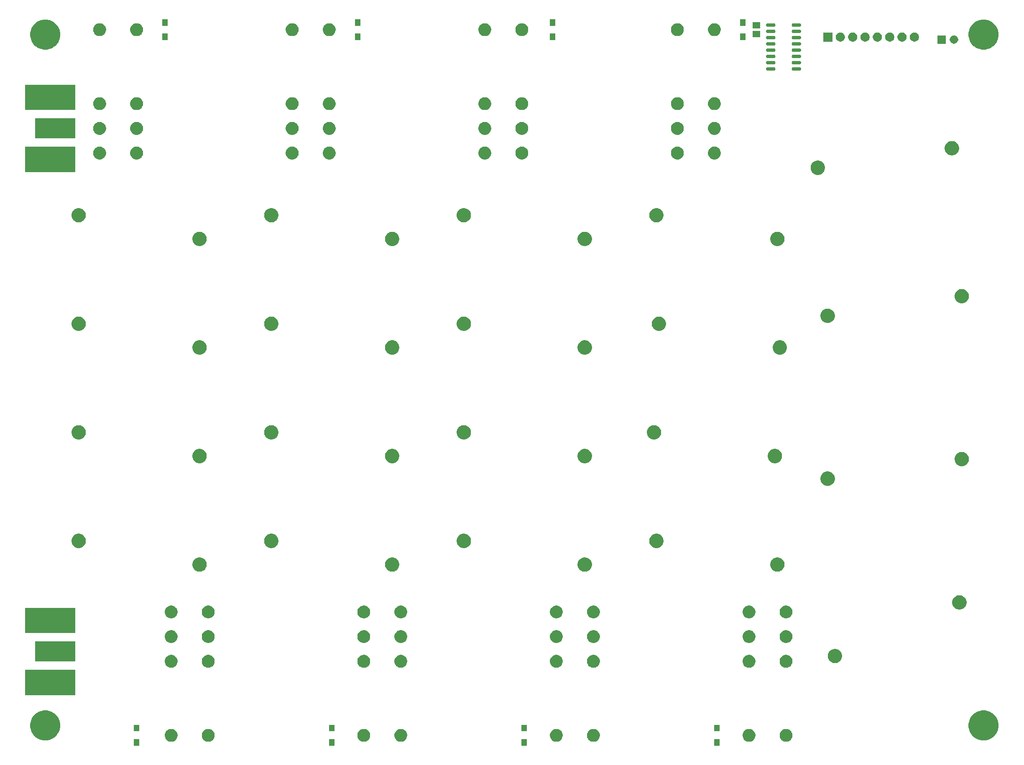
<source format=gbr>
%TF.GenerationSoftware,KiCad,Pcbnew,(5.1.4)-1*%
%TF.CreationDate,2020-05-13T01:14:08+08:00*%
%TF.ProjectId,LPF,4c50462e-6b69-4636-9164-5f7063625858,rev?*%
%TF.SameCoordinates,Original*%
%TF.FileFunction,Soldermask,Top*%
%TF.FilePolarity,Negative*%
%FSLAX46Y46*%
G04 Gerber Fmt 4.6, Leading zero omitted, Abs format (unit mm)*
G04 Created by KiCad (PCBNEW (5.1.4)-1) date 2020-05-13 01:14:08*
%MOMM*%
%LPD*%
G04 APERTURE LIST*
%ADD10C,0.350000*%
G04 APERTURE END LIST*
D10*
G36*
X161551000Y-169151000D02*
G01*
X160449000Y-169151000D01*
X160449000Y-167799000D01*
X161551000Y-167799000D01*
X161551000Y-169151000D01*
X161551000Y-169151000D01*
G37*
G36*
X83551000Y-169151000D02*
G01*
X82449000Y-169151000D01*
X82449000Y-167799000D01*
X83551000Y-167799000D01*
X83551000Y-169151000D01*
X83551000Y-169151000D01*
G37*
G36*
X44051000Y-169151000D02*
G01*
X42949000Y-169151000D01*
X42949000Y-167799000D01*
X44051000Y-167799000D01*
X44051000Y-169151000D01*
X44051000Y-169151000D01*
G37*
G36*
X122551000Y-169151000D02*
G01*
X121449000Y-169151000D01*
X121449000Y-167799000D01*
X122551000Y-167799000D01*
X122551000Y-169151000D01*
X122551000Y-169151000D01*
G37*
G36*
X136379487Y-165748996D02*
G01*
X136616253Y-165847068D01*
X136616255Y-165847069D01*
X136829339Y-165989447D01*
X137010553Y-166170661D01*
X137109705Y-166319052D01*
X137152932Y-166383747D01*
X137251004Y-166620513D01*
X137301000Y-166871861D01*
X137301000Y-167128139D01*
X137251004Y-167379487D01*
X137164374Y-167588629D01*
X137152931Y-167616255D01*
X137010553Y-167829339D01*
X136829339Y-168010553D01*
X136616255Y-168152931D01*
X136616254Y-168152932D01*
X136616253Y-168152932D01*
X136379487Y-168251004D01*
X136128139Y-168301000D01*
X135871861Y-168301000D01*
X135620513Y-168251004D01*
X135383747Y-168152932D01*
X135383746Y-168152932D01*
X135383745Y-168152931D01*
X135170661Y-168010553D01*
X134989447Y-167829339D01*
X134847069Y-167616255D01*
X134835626Y-167588629D01*
X134748996Y-167379487D01*
X134699000Y-167128139D01*
X134699000Y-166871861D01*
X134748996Y-166620513D01*
X134847068Y-166383747D01*
X134890296Y-166319052D01*
X134989447Y-166170661D01*
X135170661Y-165989447D01*
X135383745Y-165847069D01*
X135383747Y-165847068D01*
X135620513Y-165748996D01*
X135871861Y-165699000D01*
X136128139Y-165699000D01*
X136379487Y-165748996D01*
X136379487Y-165748996D01*
G37*
G36*
X97379487Y-165748996D02*
G01*
X97616253Y-165847068D01*
X97616255Y-165847069D01*
X97829339Y-165989447D01*
X98010553Y-166170661D01*
X98109705Y-166319052D01*
X98152932Y-166383747D01*
X98251004Y-166620513D01*
X98301000Y-166871861D01*
X98301000Y-167128139D01*
X98251004Y-167379487D01*
X98164374Y-167588629D01*
X98152931Y-167616255D01*
X98010553Y-167829339D01*
X97829339Y-168010553D01*
X97616255Y-168152931D01*
X97616254Y-168152932D01*
X97616253Y-168152932D01*
X97379487Y-168251004D01*
X97128139Y-168301000D01*
X96871861Y-168301000D01*
X96620513Y-168251004D01*
X96383747Y-168152932D01*
X96383746Y-168152932D01*
X96383745Y-168152931D01*
X96170661Y-168010553D01*
X95989447Y-167829339D01*
X95847069Y-167616255D01*
X95835626Y-167588629D01*
X95748996Y-167379487D01*
X95699000Y-167128139D01*
X95699000Y-166871861D01*
X95748996Y-166620513D01*
X95847068Y-166383747D01*
X95890296Y-166319052D01*
X95989447Y-166170661D01*
X96170661Y-165989447D01*
X96383745Y-165847069D01*
X96383747Y-165847068D01*
X96620513Y-165748996D01*
X96871861Y-165699000D01*
X97128139Y-165699000D01*
X97379487Y-165748996D01*
X97379487Y-165748996D01*
G37*
G36*
X89879487Y-165748996D02*
G01*
X90116253Y-165847068D01*
X90116255Y-165847069D01*
X90329339Y-165989447D01*
X90510553Y-166170661D01*
X90609705Y-166319052D01*
X90652932Y-166383747D01*
X90751004Y-166620513D01*
X90801000Y-166871861D01*
X90801000Y-167128139D01*
X90751004Y-167379487D01*
X90664374Y-167588629D01*
X90652931Y-167616255D01*
X90510553Y-167829339D01*
X90329339Y-168010553D01*
X90116255Y-168152931D01*
X90116254Y-168152932D01*
X90116253Y-168152932D01*
X89879487Y-168251004D01*
X89628139Y-168301000D01*
X89371861Y-168301000D01*
X89120513Y-168251004D01*
X88883747Y-168152932D01*
X88883746Y-168152932D01*
X88883745Y-168152931D01*
X88670661Y-168010553D01*
X88489447Y-167829339D01*
X88347069Y-167616255D01*
X88335626Y-167588629D01*
X88248996Y-167379487D01*
X88199000Y-167128139D01*
X88199000Y-166871861D01*
X88248996Y-166620513D01*
X88347068Y-166383747D01*
X88390296Y-166319052D01*
X88489447Y-166170661D01*
X88670661Y-165989447D01*
X88883745Y-165847069D01*
X88883747Y-165847068D01*
X89120513Y-165748996D01*
X89371861Y-165699000D01*
X89628139Y-165699000D01*
X89879487Y-165748996D01*
X89879487Y-165748996D01*
G37*
G36*
X58379487Y-165748996D02*
G01*
X58616253Y-165847068D01*
X58616255Y-165847069D01*
X58829339Y-165989447D01*
X59010553Y-166170661D01*
X59109705Y-166319052D01*
X59152932Y-166383747D01*
X59251004Y-166620513D01*
X59301000Y-166871861D01*
X59301000Y-167128139D01*
X59251004Y-167379487D01*
X59164374Y-167588629D01*
X59152931Y-167616255D01*
X59010553Y-167829339D01*
X58829339Y-168010553D01*
X58616255Y-168152931D01*
X58616254Y-168152932D01*
X58616253Y-168152932D01*
X58379487Y-168251004D01*
X58128139Y-168301000D01*
X57871861Y-168301000D01*
X57620513Y-168251004D01*
X57383747Y-168152932D01*
X57383746Y-168152932D01*
X57383745Y-168152931D01*
X57170661Y-168010553D01*
X56989447Y-167829339D01*
X56847069Y-167616255D01*
X56835626Y-167588629D01*
X56748996Y-167379487D01*
X56699000Y-167128139D01*
X56699000Y-166871861D01*
X56748996Y-166620513D01*
X56847068Y-166383747D01*
X56890296Y-166319052D01*
X56989447Y-166170661D01*
X57170661Y-165989447D01*
X57383745Y-165847069D01*
X57383747Y-165847068D01*
X57620513Y-165748996D01*
X57871861Y-165699000D01*
X58128139Y-165699000D01*
X58379487Y-165748996D01*
X58379487Y-165748996D01*
G37*
G36*
X167879487Y-165748996D02*
G01*
X168116253Y-165847068D01*
X168116255Y-165847069D01*
X168329339Y-165989447D01*
X168510553Y-166170661D01*
X168609705Y-166319052D01*
X168652932Y-166383747D01*
X168751004Y-166620513D01*
X168801000Y-166871861D01*
X168801000Y-167128139D01*
X168751004Y-167379487D01*
X168664374Y-167588629D01*
X168652931Y-167616255D01*
X168510553Y-167829339D01*
X168329339Y-168010553D01*
X168116255Y-168152931D01*
X168116254Y-168152932D01*
X168116253Y-168152932D01*
X167879487Y-168251004D01*
X167628139Y-168301000D01*
X167371861Y-168301000D01*
X167120513Y-168251004D01*
X166883747Y-168152932D01*
X166883746Y-168152932D01*
X166883745Y-168152931D01*
X166670661Y-168010553D01*
X166489447Y-167829339D01*
X166347069Y-167616255D01*
X166335626Y-167588629D01*
X166248996Y-167379487D01*
X166199000Y-167128139D01*
X166199000Y-166871861D01*
X166248996Y-166620513D01*
X166347068Y-166383747D01*
X166390296Y-166319052D01*
X166489447Y-166170661D01*
X166670661Y-165989447D01*
X166883745Y-165847069D01*
X166883747Y-165847068D01*
X167120513Y-165748996D01*
X167371861Y-165699000D01*
X167628139Y-165699000D01*
X167879487Y-165748996D01*
X167879487Y-165748996D01*
G37*
G36*
X50879487Y-165748996D02*
G01*
X51116253Y-165847068D01*
X51116255Y-165847069D01*
X51329339Y-165989447D01*
X51510553Y-166170661D01*
X51609705Y-166319052D01*
X51652932Y-166383747D01*
X51751004Y-166620513D01*
X51801000Y-166871861D01*
X51801000Y-167128139D01*
X51751004Y-167379487D01*
X51664374Y-167588629D01*
X51652931Y-167616255D01*
X51510553Y-167829339D01*
X51329339Y-168010553D01*
X51116255Y-168152931D01*
X51116254Y-168152932D01*
X51116253Y-168152932D01*
X50879487Y-168251004D01*
X50628139Y-168301000D01*
X50371861Y-168301000D01*
X50120513Y-168251004D01*
X49883747Y-168152932D01*
X49883746Y-168152932D01*
X49883745Y-168152931D01*
X49670661Y-168010553D01*
X49489447Y-167829339D01*
X49347069Y-167616255D01*
X49335626Y-167588629D01*
X49248996Y-167379487D01*
X49199000Y-167128139D01*
X49199000Y-166871861D01*
X49248996Y-166620513D01*
X49347068Y-166383747D01*
X49390296Y-166319052D01*
X49489447Y-166170661D01*
X49670661Y-165989447D01*
X49883745Y-165847069D01*
X49883747Y-165847068D01*
X50120513Y-165748996D01*
X50371861Y-165699000D01*
X50628139Y-165699000D01*
X50879487Y-165748996D01*
X50879487Y-165748996D01*
G37*
G36*
X175379487Y-165748996D02*
G01*
X175616253Y-165847068D01*
X175616255Y-165847069D01*
X175829339Y-165989447D01*
X176010553Y-166170661D01*
X176109705Y-166319052D01*
X176152932Y-166383747D01*
X176251004Y-166620513D01*
X176301000Y-166871861D01*
X176301000Y-167128139D01*
X176251004Y-167379487D01*
X176164374Y-167588629D01*
X176152931Y-167616255D01*
X176010553Y-167829339D01*
X175829339Y-168010553D01*
X175616255Y-168152931D01*
X175616254Y-168152932D01*
X175616253Y-168152932D01*
X175379487Y-168251004D01*
X175128139Y-168301000D01*
X174871861Y-168301000D01*
X174620513Y-168251004D01*
X174383747Y-168152932D01*
X174383746Y-168152932D01*
X174383745Y-168152931D01*
X174170661Y-168010553D01*
X173989447Y-167829339D01*
X173847069Y-167616255D01*
X173835626Y-167588629D01*
X173748996Y-167379487D01*
X173699000Y-167128139D01*
X173699000Y-166871861D01*
X173748996Y-166620513D01*
X173847068Y-166383747D01*
X173890296Y-166319052D01*
X173989447Y-166170661D01*
X174170661Y-165989447D01*
X174383745Y-165847069D01*
X174383747Y-165847068D01*
X174620513Y-165748996D01*
X174871861Y-165699000D01*
X175128139Y-165699000D01*
X175379487Y-165748996D01*
X175379487Y-165748996D01*
G37*
G36*
X128879487Y-165748996D02*
G01*
X129116253Y-165847068D01*
X129116255Y-165847069D01*
X129329339Y-165989447D01*
X129510553Y-166170661D01*
X129609705Y-166319052D01*
X129652932Y-166383747D01*
X129751004Y-166620513D01*
X129801000Y-166871861D01*
X129801000Y-167128139D01*
X129751004Y-167379487D01*
X129664374Y-167588629D01*
X129652931Y-167616255D01*
X129510553Y-167829339D01*
X129329339Y-168010553D01*
X129116255Y-168152931D01*
X129116254Y-168152932D01*
X129116253Y-168152932D01*
X128879487Y-168251004D01*
X128628139Y-168301000D01*
X128371861Y-168301000D01*
X128120513Y-168251004D01*
X127883747Y-168152932D01*
X127883746Y-168152932D01*
X127883745Y-168152931D01*
X127670661Y-168010553D01*
X127489447Y-167829339D01*
X127347069Y-167616255D01*
X127335626Y-167588629D01*
X127248996Y-167379487D01*
X127199000Y-167128139D01*
X127199000Y-166871861D01*
X127248996Y-166620513D01*
X127347068Y-166383747D01*
X127390296Y-166319052D01*
X127489447Y-166170661D01*
X127670661Y-165989447D01*
X127883745Y-165847069D01*
X127883747Y-165847068D01*
X128120513Y-165748996D01*
X128371861Y-165699000D01*
X128628139Y-165699000D01*
X128879487Y-165748996D01*
X128879487Y-165748996D01*
G37*
G36*
X25889943Y-162066248D02*
G01*
X26445189Y-162296238D01*
X26617497Y-162411371D01*
X26944899Y-162630134D01*
X27369866Y-163055101D01*
X27369867Y-163055103D01*
X27703762Y-163554811D01*
X27933752Y-164110057D01*
X28051000Y-164699501D01*
X28051000Y-165300499D01*
X27933752Y-165889943D01*
X27703762Y-166445189D01*
X27641872Y-166537814D01*
X27369866Y-166944899D01*
X26944899Y-167369866D01*
X26870736Y-167419420D01*
X26445189Y-167703762D01*
X25889943Y-167933752D01*
X25300499Y-168051000D01*
X24699501Y-168051000D01*
X24110057Y-167933752D01*
X23554811Y-167703762D01*
X23129264Y-167419420D01*
X23055101Y-167369866D01*
X22630134Y-166944899D01*
X22358128Y-166537814D01*
X22296238Y-166445189D01*
X22066248Y-165889943D01*
X21949000Y-165300499D01*
X21949000Y-164699501D01*
X22066248Y-164110057D01*
X22296238Y-163554811D01*
X22630133Y-163055103D01*
X22630134Y-163055101D01*
X23055101Y-162630134D01*
X23382503Y-162411371D01*
X23554811Y-162296238D01*
X24110057Y-162066248D01*
X24699501Y-161949000D01*
X25300499Y-161949000D01*
X25889943Y-162066248D01*
X25889943Y-162066248D01*
G37*
G36*
X215889943Y-162066248D02*
G01*
X216445189Y-162296238D01*
X216617497Y-162411371D01*
X216944899Y-162630134D01*
X217369866Y-163055101D01*
X217369867Y-163055103D01*
X217703762Y-163554811D01*
X217933752Y-164110057D01*
X218051000Y-164699501D01*
X218051000Y-165300499D01*
X217933752Y-165889943D01*
X217703762Y-166445189D01*
X217641872Y-166537814D01*
X217369866Y-166944899D01*
X216944899Y-167369866D01*
X216870736Y-167419420D01*
X216445189Y-167703762D01*
X215889943Y-167933752D01*
X215300499Y-168051000D01*
X214699501Y-168051000D01*
X214110057Y-167933752D01*
X213554811Y-167703762D01*
X213129264Y-167419420D01*
X213055101Y-167369866D01*
X212630134Y-166944899D01*
X212358128Y-166537814D01*
X212296238Y-166445189D01*
X212066248Y-165889943D01*
X211949000Y-165300499D01*
X211949000Y-164699501D01*
X212066248Y-164110057D01*
X212296238Y-163554811D01*
X212630133Y-163055103D01*
X212630134Y-163055101D01*
X213055101Y-162630134D01*
X213382503Y-162411371D01*
X213554811Y-162296238D01*
X214110057Y-162066248D01*
X214699501Y-161949000D01*
X215300499Y-161949000D01*
X215889943Y-162066248D01*
X215889943Y-162066248D01*
G37*
G36*
X161551000Y-166201000D02*
G01*
X160449000Y-166201000D01*
X160449000Y-164849000D01*
X161551000Y-164849000D01*
X161551000Y-166201000D01*
X161551000Y-166201000D01*
G37*
G36*
X122551000Y-166201000D02*
G01*
X121449000Y-166201000D01*
X121449000Y-164849000D01*
X122551000Y-164849000D01*
X122551000Y-166201000D01*
X122551000Y-166201000D01*
G37*
G36*
X83551000Y-166201000D02*
G01*
X82449000Y-166201000D01*
X82449000Y-164849000D01*
X83551000Y-164849000D01*
X83551000Y-166201000D01*
X83551000Y-166201000D01*
G37*
G36*
X44051000Y-166201000D02*
G01*
X42949000Y-166201000D01*
X42949000Y-164849000D01*
X44051000Y-164849000D01*
X44051000Y-166201000D01*
X44051000Y-166201000D01*
G37*
G36*
X31051000Y-158851000D02*
G01*
X20949000Y-158851000D01*
X20949000Y-153749000D01*
X31051000Y-153749000D01*
X31051000Y-158851000D01*
X31051000Y-158851000D01*
G37*
G36*
X89879487Y-150748996D02*
G01*
X90116253Y-150847068D01*
X90116255Y-150847069D01*
X90329339Y-150989447D01*
X90510553Y-151170661D01*
X90630063Y-151349520D01*
X90652932Y-151383747D01*
X90751004Y-151620513D01*
X90801000Y-151871861D01*
X90801000Y-152128139D01*
X90751004Y-152379487D01*
X90652932Y-152616253D01*
X90652931Y-152616255D01*
X90510553Y-152829339D01*
X90329339Y-153010553D01*
X90116255Y-153152931D01*
X90116254Y-153152932D01*
X90116253Y-153152932D01*
X89879487Y-153251004D01*
X89628139Y-153301000D01*
X89371861Y-153301000D01*
X89120513Y-153251004D01*
X88883747Y-153152932D01*
X88883746Y-153152932D01*
X88883745Y-153152931D01*
X88670661Y-153010553D01*
X88489447Y-152829339D01*
X88347069Y-152616255D01*
X88347068Y-152616253D01*
X88248996Y-152379487D01*
X88199000Y-152128139D01*
X88199000Y-151871861D01*
X88248996Y-151620513D01*
X88347068Y-151383747D01*
X88369938Y-151349520D01*
X88489447Y-151170661D01*
X88670661Y-150989447D01*
X88883745Y-150847069D01*
X88883747Y-150847068D01*
X89120513Y-150748996D01*
X89371861Y-150699000D01*
X89628139Y-150699000D01*
X89879487Y-150748996D01*
X89879487Y-150748996D01*
G37*
G36*
X50879487Y-150748996D02*
G01*
X51116253Y-150847068D01*
X51116255Y-150847069D01*
X51329339Y-150989447D01*
X51510553Y-151170661D01*
X51630063Y-151349520D01*
X51652932Y-151383747D01*
X51751004Y-151620513D01*
X51801000Y-151871861D01*
X51801000Y-152128139D01*
X51751004Y-152379487D01*
X51652932Y-152616253D01*
X51652931Y-152616255D01*
X51510553Y-152829339D01*
X51329339Y-153010553D01*
X51116255Y-153152931D01*
X51116254Y-153152932D01*
X51116253Y-153152932D01*
X50879487Y-153251004D01*
X50628139Y-153301000D01*
X50371861Y-153301000D01*
X50120513Y-153251004D01*
X49883747Y-153152932D01*
X49883746Y-153152932D01*
X49883745Y-153152931D01*
X49670661Y-153010553D01*
X49489447Y-152829339D01*
X49347069Y-152616255D01*
X49347068Y-152616253D01*
X49248996Y-152379487D01*
X49199000Y-152128139D01*
X49199000Y-151871861D01*
X49248996Y-151620513D01*
X49347068Y-151383747D01*
X49369938Y-151349520D01*
X49489447Y-151170661D01*
X49670661Y-150989447D01*
X49883745Y-150847069D01*
X49883747Y-150847068D01*
X50120513Y-150748996D01*
X50371861Y-150699000D01*
X50628139Y-150699000D01*
X50879487Y-150748996D01*
X50879487Y-150748996D01*
G37*
G36*
X167879487Y-150748996D02*
G01*
X168116253Y-150847068D01*
X168116255Y-150847069D01*
X168329339Y-150989447D01*
X168510553Y-151170661D01*
X168630063Y-151349520D01*
X168652932Y-151383747D01*
X168751004Y-151620513D01*
X168801000Y-151871861D01*
X168801000Y-152128139D01*
X168751004Y-152379487D01*
X168652932Y-152616253D01*
X168652931Y-152616255D01*
X168510553Y-152829339D01*
X168329339Y-153010553D01*
X168116255Y-153152931D01*
X168116254Y-153152932D01*
X168116253Y-153152932D01*
X167879487Y-153251004D01*
X167628139Y-153301000D01*
X167371861Y-153301000D01*
X167120513Y-153251004D01*
X166883747Y-153152932D01*
X166883746Y-153152932D01*
X166883745Y-153152931D01*
X166670661Y-153010553D01*
X166489447Y-152829339D01*
X166347069Y-152616255D01*
X166347068Y-152616253D01*
X166248996Y-152379487D01*
X166199000Y-152128139D01*
X166199000Y-151871861D01*
X166248996Y-151620513D01*
X166347068Y-151383747D01*
X166369938Y-151349520D01*
X166489447Y-151170661D01*
X166670661Y-150989447D01*
X166883745Y-150847069D01*
X166883747Y-150847068D01*
X167120513Y-150748996D01*
X167371861Y-150699000D01*
X167628139Y-150699000D01*
X167879487Y-150748996D01*
X167879487Y-150748996D01*
G37*
G36*
X175379487Y-150748996D02*
G01*
X175616253Y-150847068D01*
X175616255Y-150847069D01*
X175829339Y-150989447D01*
X176010553Y-151170661D01*
X176130063Y-151349520D01*
X176152932Y-151383747D01*
X176251004Y-151620513D01*
X176301000Y-151871861D01*
X176301000Y-152128139D01*
X176251004Y-152379487D01*
X176152932Y-152616253D01*
X176152931Y-152616255D01*
X176010553Y-152829339D01*
X175829339Y-153010553D01*
X175616255Y-153152931D01*
X175616254Y-153152932D01*
X175616253Y-153152932D01*
X175379487Y-153251004D01*
X175128139Y-153301000D01*
X174871861Y-153301000D01*
X174620513Y-153251004D01*
X174383747Y-153152932D01*
X174383746Y-153152932D01*
X174383745Y-153152931D01*
X174170661Y-153010553D01*
X173989447Y-152829339D01*
X173847069Y-152616255D01*
X173847068Y-152616253D01*
X173748996Y-152379487D01*
X173699000Y-152128139D01*
X173699000Y-151871861D01*
X173748996Y-151620513D01*
X173847068Y-151383747D01*
X173869938Y-151349520D01*
X173989447Y-151170661D01*
X174170661Y-150989447D01*
X174383745Y-150847069D01*
X174383747Y-150847068D01*
X174620513Y-150748996D01*
X174871861Y-150699000D01*
X175128139Y-150699000D01*
X175379487Y-150748996D01*
X175379487Y-150748996D01*
G37*
G36*
X128879487Y-150748996D02*
G01*
X129116253Y-150847068D01*
X129116255Y-150847069D01*
X129329339Y-150989447D01*
X129510553Y-151170661D01*
X129630063Y-151349520D01*
X129652932Y-151383747D01*
X129751004Y-151620513D01*
X129801000Y-151871861D01*
X129801000Y-152128139D01*
X129751004Y-152379487D01*
X129652932Y-152616253D01*
X129652931Y-152616255D01*
X129510553Y-152829339D01*
X129329339Y-153010553D01*
X129116255Y-153152931D01*
X129116254Y-153152932D01*
X129116253Y-153152932D01*
X128879487Y-153251004D01*
X128628139Y-153301000D01*
X128371861Y-153301000D01*
X128120513Y-153251004D01*
X127883747Y-153152932D01*
X127883746Y-153152932D01*
X127883745Y-153152931D01*
X127670661Y-153010553D01*
X127489447Y-152829339D01*
X127347069Y-152616255D01*
X127347068Y-152616253D01*
X127248996Y-152379487D01*
X127199000Y-152128139D01*
X127199000Y-151871861D01*
X127248996Y-151620513D01*
X127347068Y-151383747D01*
X127369938Y-151349520D01*
X127489447Y-151170661D01*
X127670661Y-150989447D01*
X127883745Y-150847069D01*
X127883747Y-150847068D01*
X128120513Y-150748996D01*
X128371861Y-150699000D01*
X128628139Y-150699000D01*
X128879487Y-150748996D01*
X128879487Y-150748996D01*
G37*
G36*
X97379487Y-150748996D02*
G01*
X97616253Y-150847068D01*
X97616255Y-150847069D01*
X97829339Y-150989447D01*
X98010553Y-151170661D01*
X98130063Y-151349520D01*
X98152932Y-151383747D01*
X98251004Y-151620513D01*
X98301000Y-151871861D01*
X98301000Y-152128139D01*
X98251004Y-152379487D01*
X98152932Y-152616253D01*
X98152931Y-152616255D01*
X98010553Y-152829339D01*
X97829339Y-153010553D01*
X97616255Y-153152931D01*
X97616254Y-153152932D01*
X97616253Y-153152932D01*
X97379487Y-153251004D01*
X97128139Y-153301000D01*
X96871861Y-153301000D01*
X96620513Y-153251004D01*
X96383747Y-153152932D01*
X96383746Y-153152932D01*
X96383745Y-153152931D01*
X96170661Y-153010553D01*
X95989447Y-152829339D01*
X95847069Y-152616255D01*
X95847068Y-152616253D01*
X95748996Y-152379487D01*
X95699000Y-152128139D01*
X95699000Y-151871861D01*
X95748996Y-151620513D01*
X95847068Y-151383747D01*
X95869938Y-151349520D01*
X95989447Y-151170661D01*
X96170661Y-150989447D01*
X96383745Y-150847069D01*
X96383747Y-150847068D01*
X96620513Y-150748996D01*
X96871861Y-150699000D01*
X97128139Y-150699000D01*
X97379487Y-150748996D01*
X97379487Y-150748996D01*
G37*
G36*
X58379487Y-150748996D02*
G01*
X58616253Y-150847068D01*
X58616255Y-150847069D01*
X58829339Y-150989447D01*
X59010553Y-151170661D01*
X59130063Y-151349520D01*
X59152932Y-151383747D01*
X59251004Y-151620513D01*
X59301000Y-151871861D01*
X59301000Y-152128139D01*
X59251004Y-152379487D01*
X59152932Y-152616253D01*
X59152931Y-152616255D01*
X59010553Y-152829339D01*
X58829339Y-153010553D01*
X58616255Y-153152931D01*
X58616254Y-153152932D01*
X58616253Y-153152932D01*
X58379487Y-153251004D01*
X58128139Y-153301000D01*
X57871861Y-153301000D01*
X57620513Y-153251004D01*
X57383747Y-153152932D01*
X57383746Y-153152932D01*
X57383745Y-153152931D01*
X57170661Y-153010553D01*
X56989447Y-152829339D01*
X56847069Y-152616255D01*
X56847068Y-152616253D01*
X56748996Y-152379487D01*
X56699000Y-152128139D01*
X56699000Y-151871861D01*
X56748996Y-151620513D01*
X56847068Y-151383747D01*
X56869938Y-151349520D01*
X56989447Y-151170661D01*
X57170661Y-150989447D01*
X57383745Y-150847069D01*
X57383747Y-150847068D01*
X57620513Y-150748996D01*
X57871861Y-150699000D01*
X58128139Y-150699000D01*
X58379487Y-150748996D01*
X58379487Y-150748996D01*
G37*
G36*
X136379487Y-150748996D02*
G01*
X136616253Y-150847068D01*
X136616255Y-150847069D01*
X136829339Y-150989447D01*
X137010553Y-151170661D01*
X137130063Y-151349520D01*
X137152932Y-151383747D01*
X137251004Y-151620513D01*
X137301000Y-151871861D01*
X137301000Y-152128139D01*
X137251004Y-152379487D01*
X137152932Y-152616253D01*
X137152931Y-152616255D01*
X137010553Y-152829339D01*
X136829339Y-153010553D01*
X136616255Y-153152931D01*
X136616254Y-153152932D01*
X136616253Y-153152932D01*
X136379487Y-153251004D01*
X136128139Y-153301000D01*
X135871861Y-153301000D01*
X135620513Y-153251004D01*
X135383747Y-153152932D01*
X135383746Y-153152932D01*
X135383745Y-153152931D01*
X135170661Y-153010553D01*
X134989447Y-152829339D01*
X134847069Y-152616255D01*
X134847068Y-152616253D01*
X134748996Y-152379487D01*
X134699000Y-152128139D01*
X134699000Y-151871861D01*
X134748996Y-151620513D01*
X134847068Y-151383747D01*
X134869938Y-151349520D01*
X134989447Y-151170661D01*
X135170661Y-150989447D01*
X135383745Y-150847069D01*
X135383747Y-150847068D01*
X135620513Y-150748996D01*
X135871861Y-150699000D01*
X136128139Y-150699000D01*
X136379487Y-150748996D01*
X136379487Y-150748996D01*
G37*
G36*
X185321833Y-149531039D02*
G01*
X185585897Y-149640418D01*
X185823550Y-149799213D01*
X186025658Y-150001321D01*
X186184453Y-150238974D01*
X186293832Y-150503038D01*
X186349592Y-150783367D01*
X186349592Y-151069191D01*
X186293832Y-151349520D01*
X186184453Y-151613584D01*
X186025658Y-151851237D01*
X185823550Y-152053345D01*
X185585897Y-152212140D01*
X185321833Y-152321519D01*
X185041504Y-152377279D01*
X184755680Y-152377279D01*
X184475351Y-152321519D01*
X184211287Y-152212140D01*
X183973634Y-152053345D01*
X183771526Y-151851237D01*
X183612731Y-151613584D01*
X183503352Y-151349520D01*
X183447592Y-151069191D01*
X183447592Y-150783367D01*
X183503352Y-150503038D01*
X183612731Y-150238974D01*
X183771526Y-150001321D01*
X183973634Y-149799213D01*
X184211287Y-149640418D01*
X184475351Y-149531039D01*
X184755680Y-149475279D01*
X185041504Y-149475279D01*
X185321833Y-149531039D01*
X185321833Y-149531039D01*
G37*
G36*
X31051000Y-152051000D02*
G01*
X22949000Y-152051000D01*
X22949000Y-147949000D01*
X31051000Y-147949000D01*
X31051000Y-152051000D01*
X31051000Y-152051000D01*
G37*
G36*
X175379487Y-145748996D02*
G01*
X175616253Y-145847068D01*
X175616255Y-145847069D01*
X175793756Y-145965671D01*
X175829339Y-145989447D01*
X176010553Y-146170661D01*
X176152932Y-146383747D01*
X176251004Y-146620513D01*
X176301000Y-146871861D01*
X176301000Y-147128139D01*
X176251004Y-147379487D01*
X176152932Y-147616253D01*
X176152931Y-147616255D01*
X176010553Y-147829339D01*
X175829339Y-148010553D01*
X175616255Y-148152931D01*
X175616254Y-148152932D01*
X175616253Y-148152932D01*
X175379487Y-148251004D01*
X175128139Y-148301000D01*
X174871861Y-148301000D01*
X174620513Y-148251004D01*
X174383747Y-148152932D01*
X174383746Y-148152932D01*
X174383745Y-148152931D01*
X174170661Y-148010553D01*
X173989447Y-147829339D01*
X173847069Y-147616255D01*
X173847068Y-147616253D01*
X173748996Y-147379487D01*
X173699000Y-147128139D01*
X173699000Y-146871861D01*
X173748996Y-146620513D01*
X173847068Y-146383747D01*
X173989447Y-146170661D01*
X174170661Y-145989447D01*
X174206244Y-145965671D01*
X174383745Y-145847069D01*
X174383747Y-145847068D01*
X174620513Y-145748996D01*
X174871861Y-145699000D01*
X175128139Y-145699000D01*
X175379487Y-145748996D01*
X175379487Y-145748996D01*
G37*
G36*
X97379487Y-145748996D02*
G01*
X97616253Y-145847068D01*
X97616255Y-145847069D01*
X97793756Y-145965671D01*
X97829339Y-145989447D01*
X98010553Y-146170661D01*
X98152932Y-146383747D01*
X98251004Y-146620513D01*
X98301000Y-146871861D01*
X98301000Y-147128139D01*
X98251004Y-147379487D01*
X98152932Y-147616253D01*
X98152931Y-147616255D01*
X98010553Y-147829339D01*
X97829339Y-148010553D01*
X97616255Y-148152931D01*
X97616254Y-148152932D01*
X97616253Y-148152932D01*
X97379487Y-148251004D01*
X97128139Y-148301000D01*
X96871861Y-148301000D01*
X96620513Y-148251004D01*
X96383747Y-148152932D01*
X96383746Y-148152932D01*
X96383745Y-148152931D01*
X96170661Y-148010553D01*
X95989447Y-147829339D01*
X95847069Y-147616255D01*
X95847068Y-147616253D01*
X95748996Y-147379487D01*
X95699000Y-147128139D01*
X95699000Y-146871861D01*
X95748996Y-146620513D01*
X95847068Y-146383747D01*
X95989447Y-146170661D01*
X96170661Y-145989447D01*
X96206244Y-145965671D01*
X96383745Y-145847069D01*
X96383747Y-145847068D01*
X96620513Y-145748996D01*
X96871861Y-145699000D01*
X97128139Y-145699000D01*
X97379487Y-145748996D01*
X97379487Y-145748996D01*
G37*
G36*
X167879487Y-145748996D02*
G01*
X168116253Y-145847068D01*
X168116255Y-145847069D01*
X168293756Y-145965671D01*
X168329339Y-145989447D01*
X168510553Y-146170661D01*
X168652932Y-146383747D01*
X168751004Y-146620513D01*
X168801000Y-146871861D01*
X168801000Y-147128139D01*
X168751004Y-147379487D01*
X168652932Y-147616253D01*
X168652931Y-147616255D01*
X168510553Y-147829339D01*
X168329339Y-148010553D01*
X168116255Y-148152931D01*
X168116254Y-148152932D01*
X168116253Y-148152932D01*
X167879487Y-148251004D01*
X167628139Y-148301000D01*
X167371861Y-148301000D01*
X167120513Y-148251004D01*
X166883747Y-148152932D01*
X166883746Y-148152932D01*
X166883745Y-148152931D01*
X166670661Y-148010553D01*
X166489447Y-147829339D01*
X166347069Y-147616255D01*
X166347068Y-147616253D01*
X166248996Y-147379487D01*
X166199000Y-147128139D01*
X166199000Y-146871861D01*
X166248996Y-146620513D01*
X166347068Y-146383747D01*
X166489447Y-146170661D01*
X166670661Y-145989447D01*
X166706244Y-145965671D01*
X166883745Y-145847069D01*
X166883747Y-145847068D01*
X167120513Y-145748996D01*
X167371861Y-145699000D01*
X167628139Y-145699000D01*
X167879487Y-145748996D01*
X167879487Y-145748996D01*
G37*
G36*
X89879487Y-145748996D02*
G01*
X90116253Y-145847068D01*
X90116255Y-145847069D01*
X90293756Y-145965671D01*
X90329339Y-145989447D01*
X90510553Y-146170661D01*
X90652932Y-146383747D01*
X90751004Y-146620513D01*
X90801000Y-146871861D01*
X90801000Y-147128139D01*
X90751004Y-147379487D01*
X90652932Y-147616253D01*
X90652931Y-147616255D01*
X90510553Y-147829339D01*
X90329339Y-148010553D01*
X90116255Y-148152931D01*
X90116254Y-148152932D01*
X90116253Y-148152932D01*
X89879487Y-148251004D01*
X89628139Y-148301000D01*
X89371861Y-148301000D01*
X89120513Y-148251004D01*
X88883747Y-148152932D01*
X88883746Y-148152932D01*
X88883745Y-148152931D01*
X88670661Y-148010553D01*
X88489447Y-147829339D01*
X88347069Y-147616255D01*
X88347068Y-147616253D01*
X88248996Y-147379487D01*
X88199000Y-147128139D01*
X88199000Y-146871861D01*
X88248996Y-146620513D01*
X88347068Y-146383747D01*
X88489447Y-146170661D01*
X88670661Y-145989447D01*
X88706244Y-145965671D01*
X88883745Y-145847069D01*
X88883747Y-145847068D01*
X89120513Y-145748996D01*
X89371861Y-145699000D01*
X89628139Y-145699000D01*
X89879487Y-145748996D01*
X89879487Y-145748996D01*
G37*
G36*
X128879487Y-145748996D02*
G01*
X129116253Y-145847068D01*
X129116255Y-145847069D01*
X129293756Y-145965671D01*
X129329339Y-145989447D01*
X129510553Y-146170661D01*
X129652932Y-146383747D01*
X129751004Y-146620513D01*
X129801000Y-146871861D01*
X129801000Y-147128139D01*
X129751004Y-147379487D01*
X129652932Y-147616253D01*
X129652931Y-147616255D01*
X129510553Y-147829339D01*
X129329339Y-148010553D01*
X129116255Y-148152931D01*
X129116254Y-148152932D01*
X129116253Y-148152932D01*
X128879487Y-148251004D01*
X128628139Y-148301000D01*
X128371861Y-148301000D01*
X128120513Y-148251004D01*
X127883747Y-148152932D01*
X127883746Y-148152932D01*
X127883745Y-148152931D01*
X127670661Y-148010553D01*
X127489447Y-147829339D01*
X127347069Y-147616255D01*
X127347068Y-147616253D01*
X127248996Y-147379487D01*
X127199000Y-147128139D01*
X127199000Y-146871861D01*
X127248996Y-146620513D01*
X127347068Y-146383747D01*
X127489447Y-146170661D01*
X127670661Y-145989447D01*
X127706244Y-145965671D01*
X127883745Y-145847069D01*
X127883747Y-145847068D01*
X128120513Y-145748996D01*
X128371861Y-145699000D01*
X128628139Y-145699000D01*
X128879487Y-145748996D01*
X128879487Y-145748996D01*
G37*
G36*
X50879487Y-145748996D02*
G01*
X51116253Y-145847068D01*
X51116255Y-145847069D01*
X51293756Y-145965671D01*
X51329339Y-145989447D01*
X51510553Y-146170661D01*
X51652932Y-146383747D01*
X51751004Y-146620513D01*
X51801000Y-146871861D01*
X51801000Y-147128139D01*
X51751004Y-147379487D01*
X51652932Y-147616253D01*
X51652931Y-147616255D01*
X51510553Y-147829339D01*
X51329339Y-148010553D01*
X51116255Y-148152931D01*
X51116254Y-148152932D01*
X51116253Y-148152932D01*
X50879487Y-148251004D01*
X50628139Y-148301000D01*
X50371861Y-148301000D01*
X50120513Y-148251004D01*
X49883747Y-148152932D01*
X49883746Y-148152932D01*
X49883745Y-148152931D01*
X49670661Y-148010553D01*
X49489447Y-147829339D01*
X49347069Y-147616255D01*
X49347068Y-147616253D01*
X49248996Y-147379487D01*
X49199000Y-147128139D01*
X49199000Y-146871861D01*
X49248996Y-146620513D01*
X49347068Y-146383747D01*
X49489447Y-146170661D01*
X49670661Y-145989447D01*
X49706244Y-145965671D01*
X49883745Y-145847069D01*
X49883747Y-145847068D01*
X50120513Y-145748996D01*
X50371861Y-145699000D01*
X50628139Y-145699000D01*
X50879487Y-145748996D01*
X50879487Y-145748996D01*
G37*
G36*
X136379487Y-145748996D02*
G01*
X136616253Y-145847068D01*
X136616255Y-145847069D01*
X136793756Y-145965671D01*
X136829339Y-145989447D01*
X137010553Y-146170661D01*
X137152932Y-146383747D01*
X137251004Y-146620513D01*
X137301000Y-146871861D01*
X137301000Y-147128139D01*
X137251004Y-147379487D01*
X137152932Y-147616253D01*
X137152931Y-147616255D01*
X137010553Y-147829339D01*
X136829339Y-148010553D01*
X136616255Y-148152931D01*
X136616254Y-148152932D01*
X136616253Y-148152932D01*
X136379487Y-148251004D01*
X136128139Y-148301000D01*
X135871861Y-148301000D01*
X135620513Y-148251004D01*
X135383747Y-148152932D01*
X135383746Y-148152932D01*
X135383745Y-148152931D01*
X135170661Y-148010553D01*
X134989447Y-147829339D01*
X134847069Y-147616255D01*
X134847068Y-147616253D01*
X134748996Y-147379487D01*
X134699000Y-147128139D01*
X134699000Y-146871861D01*
X134748996Y-146620513D01*
X134847068Y-146383747D01*
X134989447Y-146170661D01*
X135170661Y-145989447D01*
X135206244Y-145965671D01*
X135383745Y-145847069D01*
X135383747Y-145847068D01*
X135620513Y-145748996D01*
X135871861Y-145699000D01*
X136128139Y-145699000D01*
X136379487Y-145748996D01*
X136379487Y-145748996D01*
G37*
G36*
X58379487Y-145748996D02*
G01*
X58616253Y-145847068D01*
X58616255Y-145847069D01*
X58793756Y-145965671D01*
X58829339Y-145989447D01*
X59010553Y-146170661D01*
X59152932Y-146383747D01*
X59251004Y-146620513D01*
X59301000Y-146871861D01*
X59301000Y-147128139D01*
X59251004Y-147379487D01*
X59152932Y-147616253D01*
X59152931Y-147616255D01*
X59010553Y-147829339D01*
X58829339Y-148010553D01*
X58616255Y-148152931D01*
X58616254Y-148152932D01*
X58616253Y-148152932D01*
X58379487Y-148251004D01*
X58128139Y-148301000D01*
X57871861Y-148301000D01*
X57620513Y-148251004D01*
X57383747Y-148152932D01*
X57383746Y-148152932D01*
X57383745Y-148152931D01*
X57170661Y-148010553D01*
X56989447Y-147829339D01*
X56847069Y-147616255D01*
X56847068Y-147616253D01*
X56748996Y-147379487D01*
X56699000Y-147128139D01*
X56699000Y-146871861D01*
X56748996Y-146620513D01*
X56847068Y-146383747D01*
X56989447Y-146170661D01*
X57170661Y-145989447D01*
X57206244Y-145965671D01*
X57383745Y-145847069D01*
X57383747Y-145847068D01*
X57620513Y-145748996D01*
X57871861Y-145699000D01*
X58128139Y-145699000D01*
X58379487Y-145748996D01*
X58379487Y-145748996D01*
G37*
G36*
X31051000Y-146251000D02*
G01*
X20949000Y-146251000D01*
X20949000Y-141149000D01*
X31051000Y-141149000D01*
X31051000Y-146251000D01*
X31051000Y-146251000D01*
G37*
G36*
X128879487Y-140748996D02*
G01*
X129116253Y-140847068D01*
X129116255Y-140847069D01*
X129329339Y-140989447D01*
X129510553Y-141170661D01*
X129530683Y-141200787D01*
X129652932Y-141383747D01*
X129751004Y-141620513D01*
X129801000Y-141871861D01*
X129801000Y-142128139D01*
X129751004Y-142379487D01*
X129738501Y-142409671D01*
X129652931Y-142616255D01*
X129510553Y-142829339D01*
X129329339Y-143010553D01*
X129116255Y-143152931D01*
X129116254Y-143152932D01*
X129116253Y-143152932D01*
X128879487Y-143251004D01*
X128628139Y-143301000D01*
X128371861Y-143301000D01*
X128120513Y-143251004D01*
X127883747Y-143152932D01*
X127883746Y-143152932D01*
X127883745Y-143152931D01*
X127670661Y-143010553D01*
X127489447Y-142829339D01*
X127347069Y-142616255D01*
X127261499Y-142409671D01*
X127248996Y-142379487D01*
X127199000Y-142128139D01*
X127199000Y-141871861D01*
X127248996Y-141620513D01*
X127347068Y-141383747D01*
X127469318Y-141200787D01*
X127489447Y-141170661D01*
X127670661Y-140989447D01*
X127883745Y-140847069D01*
X127883747Y-140847068D01*
X128120513Y-140748996D01*
X128371861Y-140699000D01*
X128628139Y-140699000D01*
X128879487Y-140748996D01*
X128879487Y-140748996D01*
G37*
G36*
X97379487Y-140748996D02*
G01*
X97616253Y-140847068D01*
X97616255Y-140847069D01*
X97829339Y-140989447D01*
X98010553Y-141170661D01*
X98030683Y-141200787D01*
X98152932Y-141383747D01*
X98251004Y-141620513D01*
X98301000Y-141871861D01*
X98301000Y-142128139D01*
X98251004Y-142379487D01*
X98238501Y-142409671D01*
X98152931Y-142616255D01*
X98010553Y-142829339D01*
X97829339Y-143010553D01*
X97616255Y-143152931D01*
X97616254Y-143152932D01*
X97616253Y-143152932D01*
X97379487Y-143251004D01*
X97128139Y-143301000D01*
X96871861Y-143301000D01*
X96620513Y-143251004D01*
X96383747Y-143152932D01*
X96383746Y-143152932D01*
X96383745Y-143152931D01*
X96170661Y-143010553D01*
X95989447Y-142829339D01*
X95847069Y-142616255D01*
X95761499Y-142409671D01*
X95748996Y-142379487D01*
X95699000Y-142128139D01*
X95699000Y-141871861D01*
X95748996Y-141620513D01*
X95847068Y-141383747D01*
X95969318Y-141200787D01*
X95989447Y-141170661D01*
X96170661Y-140989447D01*
X96383745Y-140847069D01*
X96383747Y-140847068D01*
X96620513Y-140748996D01*
X96871861Y-140699000D01*
X97128139Y-140699000D01*
X97379487Y-140748996D01*
X97379487Y-140748996D01*
G37*
G36*
X89879487Y-140748996D02*
G01*
X90116253Y-140847068D01*
X90116255Y-140847069D01*
X90329339Y-140989447D01*
X90510553Y-141170661D01*
X90530683Y-141200787D01*
X90652932Y-141383747D01*
X90751004Y-141620513D01*
X90801000Y-141871861D01*
X90801000Y-142128139D01*
X90751004Y-142379487D01*
X90738501Y-142409671D01*
X90652931Y-142616255D01*
X90510553Y-142829339D01*
X90329339Y-143010553D01*
X90116255Y-143152931D01*
X90116254Y-143152932D01*
X90116253Y-143152932D01*
X89879487Y-143251004D01*
X89628139Y-143301000D01*
X89371861Y-143301000D01*
X89120513Y-143251004D01*
X88883747Y-143152932D01*
X88883746Y-143152932D01*
X88883745Y-143152931D01*
X88670661Y-143010553D01*
X88489447Y-142829339D01*
X88347069Y-142616255D01*
X88261499Y-142409671D01*
X88248996Y-142379487D01*
X88199000Y-142128139D01*
X88199000Y-141871861D01*
X88248996Y-141620513D01*
X88347068Y-141383747D01*
X88469318Y-141200787D01*
X88489447Y-141170661D01*
X88670661Y-140989447D01*
X88883745Y-140847069D01*
X88883747Y-140847068D01*
X89120513Y-140748996D01*
X89371861Y-140699000D01*
X89628139Y-140699000D01*
X89879487Y-140748996D01*
X89879487Y-140748996D01*
G37*
G36*
X58379487Y-140748996D02*
G01*
X58616253Y-140847068D01*
X58616255Y-140847069D01*
X58829339Y-140989447D01*
X59010553Y-141170661D01*
X59030683Y-141200787D01*
X59152932Y-141383747D01*
X59251004Y-141620513D01*
X59301000Y-141871861D01*
X59301000Y-142128139D01*
X59251004Y-142379487D01*
X59238501Y-142409671D01*
X59152931Y-142616255D01*
X59010553Y-142829339D01*
X58829339Y-143010553D01*
X58616255Y-143152931D01*
X58616254Y-143152932D01*
X58616253Y-143152932D01*
X58379487Y-143251004D01*
X58128139Y-143301000D01*
X57871861Y-143301000D01*
X57620513Y-143251004D01*
X57383747Y-143152932D01*
X57383746Y-143152932D01*
X57383745Y-143152931D01*
X57170661Y-143010553D01*
X56989447Y-142829339D01*
X56847069Y-142616255D01*
X56761499Y-142409671D01*
X56748996Y-142379487D01*
X56699000Y-142128139D01*
X56699000Y-141871861D01*
X56748996Y-141620513D01*
X56847068Y-141383747D01*
X56969318Y-141200787D01*
X56989447Y-141170661D01*
X57170661Y-140989447D01*
X57383745Y-140847069D01*
X57383747Y-140847068D01*
X57620513Y-140748996D01*
X57871861Y-140699000D01*
X58128139Y-140699000D01*
X58379487Y-140748996D01*
X58379487Y-140748996D01*
G37*
G36*
X136379487Y-140748996D02*
G01*
X136616253Y-140847068D01*
X136616255Y-140847069D01*
X136829339Y-140989447D01*
X137010553Y-141170661D01*
X137030683Y-141200787D01*
X137152932Y-141383747D01*
X137251004Y-141620513D01*
X137301000Y-141871861D01*
X137301000Y-142128139D01*
X137251004Y-142379487D01*
X137238501Y-142409671D01*
X137152931Y-142616255D01*
X137010553Y-142829339D01*
X136829339Y-143010553D01*
X136616255Y-143152931D01*
X136616254Y-143152932D01*
X136616253Y-143152932D01*
X136379487Y-143251004D01*
X136128139Y-143301000D01*
X135871861Y-143301000D01*
X135620513Y-143251004D01*
X135383747Y-143152932D01*
X135383746Y-143152932D01*
X135383745Y-143152931D01*
X135170661Y-143010553D01*
X134989447Y-142829339D01*
X134847069Y-142616255D01*
X134761499Y-142409671D01*
X134748996Y-142379487D01*
X134699000Y-142128139D01*
X134699000Y-141871861D01*
X134748996Y-141620513D01*
X134847068Y-141383747D01*
X134969318Y-141200787D01*
X134989447Y-141170661D01*
X135170661Y-140989447D01*
X135383745Y-140847069D01*
X135383747Y-140847068D01*
X135620513Y-140748996D01*
X135871861Y-140699000D01*
X136128139Y-140699000D01*
X136379487Y-140748996D01*
X136379487Y-140748996D01*
G37*
G36*
X167879487Y-140748996D02*
G01*
X168116253Y-140847068D01*
X168116255Y-140847069D01*
X168329339Y-140989447D01*
X168510553Y-141170661D01*
X168530683Y-141200787D01*
X168652932Y-141383747D01*
X168751004Y-141620513D01*
X168801000Y-141871861D01*
X168801000Y-142128139D01*
X168751004Y-142379487D01*
X168738501Y-142409671D01*
X168652931Y-142616255D01*
X168510553Y-142829339D01*
X168329339Y-143010553D01*
X168116255Y-143152931D01*
X168116254Y-143152932D01*
X168116253Y-143152932D01*
X167879487Y-143251004D01*
X167628139Y-143301000D01*
X167371861Y-143301000D01*
X167120513Y-143251004D01*
X166883747Y-143152932D01*
X166883746Y-143152932D01*
X166883745Y-143152931D01*
X166670661Y-143010553D01*
X166489447Y-142829339D01*
X166347069Y-142616255D01*
X166261499Y-142409671D01*
X166248996Y-142379487D01*
X166199000Y-142128139D01*
X166199000Y-141871861D01*
X166248996Y-141620513D01*
X166347068Y-141383747D01*
X166469318Y-141200787D01*
X166489447Y-141170661D01*
X166670661Y-140989447D01*
X166883745Y-140847069D01*
X166883747Y-140847068D01*
X167120513Y-140748996D01*
X167371861Y-140699000D01*
X167628139Y-140699000D01*
X167879487Y-140748996D01*
X167879487Y-140748996D01*
G37*
G36*
X175379487Y-140748996D02*
G01*
X175616253Y-140847068D01*
X175616255Y-140847069D01*
X175829339Y-140989447D01*
X176010553Y-141170661D01*
X176030683Y-141200787D01*
X176152932Y-141383747D01*
X176251004Y-141620513D01*
X176301000Y-141871861D01*
X176301000Y-142128139D01*
X176251004Y-142379487D01*
X176238501Y-142409671D01*
X176152931Y-142616255D01*
X176010553Y-142829339D01*
X175829339Y-143010553D01*
X175616255Y-143152931D01*
X175616254Y-143152932D01*
X175616253Y-143152932D01*
X175379487Y-143251004D01*
X175128139Y-143301000D01*
X174871861Y-143301000D01*
X174620513Y-143251004D01*
X174383747Y-143152932D01*
X174383746Y-143152932D01*
X174383745Y-143152931D01*
X174170661Y-143010553D01*
X173989447Y-142829339D01*
X173847069Y-142616255D01*
X173761499Y-142409671D01*
X173748996Y-142379487D01*
X173699000Y-142128139D01*
X173699000Y-141871861D01*
X173748996Y-141620513D01*
X173847068Y-141383747D01*
X173969318Y-141200787D01*
X173989447Y-141170661D01*
X174170661Y-140989447D01*
X174383745Y-140847069D01*
X174383747Y-140847068D01*
X174620513Y-140748996D01*
X174871861Y-140699000D01*
X175128139Y-140699000D01*
X175379487Y-140748996D01*
X175379487Y-140748996D01*
G37*
G36*
X50879487Y-140748996D02*
G01*
X51116253Y-140847068D01*
X51116255Y-140847069D01*
X51329339Y-140989447D01*
X51510553Y-141170661D01*
X51530683Y-141200787D01*
X51652932Y-141383747D01*
X51751004Y-141620513D01*
X51801000Y-141871861D01*
X51801000Y-142128139D01*
X51751004Y-142379487D01*
X51738501Y-142409671D01*
X51652931Y-142616255D01*
X51510553Y-142829339D01*
X51329339Y-143010553D01*
X51116255Y-143152931D01*
X51116254Y-143152932D01*
X51116253Y-143152932D01*
X50879487Y-143251004D01*
X50628139Y-143301000D01*
X50371861Y-143301000D01*
X50120513Y-143251004D01*
X49883747Y-143152932D01*
X49883746Y-143152932D01*
X49883745Y-143152931D01*
X49670661Y-143010553D01*
X49489447Y-142829339D01*
X49347069Y-142616255D01*
X49261499Y-142409671D01*
X49248996Y-142379487D01*
X49199000Y-142128139D01*
X49199000Y-141871861D01*
X49248996Y-141620513D01*
X49347068Y-141383747D01*
X49469318Y-141200787D01*
X49489447Y-141170661D01*
X49670661Y-140989447D01*
X49883745Y-140847069D01*
X49883747Y-140847068D01*
X50120513Y-140748996D01*
X50371861Y-140699000D01*
X50628139Y-140699000D01*
X50879487Y-140748996D01*
X50879487Y-140748996D01*
G37*
G36*
X210524649Y-138678481D02*
G01*
X210788713Y-138787860D01*
X211026366Y-138946655D01*
X211228474Y-139148763D01*
X211387269Y-139386416D01*
X211496648Y-139650480D01*
X211552408Y-139930809D01*
X211552408Y-140216633D01*
X211496648Y-140496962D01*
X211387269Y-140761026D01*
X211228474Y-140998679D01*
X211026366Y-141200787D01*
X210788713Y-141359582D01*
X210524649Y-141468961D01*
X210244320Y-141524721D01*
X209958496Y-141524721D01*
X209678167Y-141468961D01*
X209414103Y-141359582D01*
X209176450Y-141200787D01*
X208974342Y-140998679D01*
X208815547Y-140761026D01*
X208706168Y-140496962D01*
X208650408Y-140216633D01*
X208650408Y-139930809D01*
X208706168Y-139650480D01*
X208815547Y-139386416D01*
X208974342Y-139148763D01*
X209176450Y-138946655D01*
X209414103Y-138787860D01*
X209678167Y-138678481D01*
X209958496Y-138622721D01*
X210244320Y-138622721D01*
X210524649Y-138678481D01*
X210524649Y-138678481D01*
G37*
G36*
X134663880Y-131006168D02*
G01*
X134927944Y-131115547D01*
X135165597Y-131274342D01*
X135367705Y-131476450D01*
X135526500Y-131714103D01*
X135635879Y-131978167D01*
X135691639Y-132258496D01*
X135691639Y-132544320D01*
X135635879Y-132824649D01*
X135526500Y-133088713D01*
X135367705Y-133326366D01*
X135165597Y-133528474D01*
X134927944Y-133687269D01*
X134663880Y-133796648D01*
X134383551Y-133852408D01*
X134097727Y-133852408D01*
X133817398Y-133796648D01*
X133553334Y-133687269D01*
X133315681Y-133528474D01*
X133113573Y-133326366D01*
X132954778Y-133088713D01*
X132845399Y-132824649D01*
X132789639Y-132544320D01*
X132789639Y-132258496D01*
X132845399Y-131978167D01*
X132954778Y-131714103D01*
X133113573Y-131476450D01*
X133315681Y-131274342D01*
X133553334Y-131115547D01*
X133817398Y-131006168D01*
X134097727Y-130950408D01*
X134383551Y-130950408D01*
X134663880Y-131006168D01*
X134663880Y-131006168D01*
G37*
G36*
X173663880Y-131006168D02*
G01*
X173927944Y-131115547D01*
X174165597Y-131274342D01*
X174367705Y-131476450D01*
X174526500Y-131714103D01*
X174635879Y-131978167D01*
X174691639Y-132258496D01*
X174691639Y-132544320D01*
X174635879Y-132824649D01*
X174526500Y-133088713D01*
X174367705Y-133326366D01*
X174165597Y-133528474D01*
X173927944Y-133687269D01*
X173663880Y-133796648D01*
X173383551Y-133852408D01*
X173097727Y-133852408D01*
X172817398Y-133796648D01*
X172553334Y-133687269D01*
X172315681Y-133528474D01*
X172113573Y-133326366D01*
X171954778Y-133088713D01*
X171845399Y-132824649D01*
X171789639Y-132544320D01*
X171789639Y-132258496D01*
X171845399Y-131978167D01*
X171954778Y-131714103D01*
X172113573Y-131476450D01*
X172315681Y-131274342D01*
X172553334Y-131115547D01*
X172817398Y-131006168D01*
X173097727Y-130950408D01*
X173383551Y-130950408D01*
X173663880Y-131006168D01*
X173663880Y-131006168D01*
G37*
G36*
X95663880Y-131006168D02*
G01*
X95927944Y-131115547D01*
X96165597Y-131274342D01*
X96367705Y-131476450D01*
X96526500Y-131714103D01*
X96635879Y-131978167D01*
X96691639Y-132258496D01*
X96691639Y-132544320D01*
X96635879Y-132824649D01*
X96526500Y-133088713D01*
X96367705Y-133326366D01*
X96165597Y-133528474D01*
X95927944Y-133687269D01*
X95663880Y-133796648D01*
X95383551Y-133852408D01*
X95097727Y-133852408D01*
X94817398Y-133796648D01*
X94553334Y-133687269D01*
X94315681Y-133528474D01*
X94113573Y-133326366D01*
X93954778Y-133088713D01*
X93845399Y-132824649D01*
X93789639Y-132544320D01*
X93789639Y-132258496D01*
X93845399Y-131978167D01*
X93954778Y-131714103D01*
X94113573Y-131476450D01*
X94315681Y-131274342D01*
X94553334Y-131115547D01*
X94817398Y-131006168D01*
X95097727Y-130950408D01*
X95383551Y-130950408D01*
X95663880Y-131006168D01*
X95663880Y-131006168D01*
G37*
G36*
X56663880Y-131006168D02*
G01*
X56927944Y-131115547D01*
X57165597Y-131274342D01*
X57367705Y-131476450D01*
X57526500Y-131714103D01*
X57635879Y-131978167D01*
X57691639Y-132258496D01*
X57691639Y-132544320D01*
X57635879Y-132824649D01*
X57526500Y-133088713D01*
X57367705Y-133326366D01*
X57165597Y-133528474D01*
X56927944Y-133687269D01*
X56663880Y-133796648D01*
X56383551Y-133852408D01*
X56097727Y-133852408D01*
X55817398Y-133796648D01*
X55553334Y-133687269D01*
X55315681Y-133528474D01*
X55113573Y-133326366D01*
X54954778Y-133088713D01*
X54845399Y-132824649D01*
X54789639Y-132544320D01*
X54789639Y-132258496D01*
X54845399Y-131978167D01*
X54954778Y-131714103D01*
X55113573Y-131476450D01*
X55315681Y-131274342D01*
X55553334Y-131115547D01*
X55817398Y-131006168D01*
X56097727Y-130950408D01*
X56383551Y-130950408D01*
X56663880Y-131006168D01*
X56663880Y-131006168D01*
G37*
G36*
X149182602Y-126203352D02*
G01*
X149446666Y-126312731D01*
X149684319Y-126471526D01*
X149886427Y-126673634D01*
X150045222Y-126911287D01*
X150154601Y-127175351D01*
X150210361Y-127455680D01*
X150210361Y-127741504D01*
X150154601Y-128021833D01*
X150045222Y-128285897D01*
X149886427Y-128523550D01*
X149684319Y-128725658D01*
X149446666Y-128884453D01*
X149182602Y-128993832D01*
X148902273Y-129049592D01*
X148616449Y-129049592D01*
X148336120Y-128993832D01*
X148072056Y-128884453D01*
X147834403Y-128725658D01*
X147632295Y-128523550D01*
X147473500Y-128285897D01*
X147364121Y-128021833D01*
X147308361Y-127741504D01*
X147308361Y-127455680D01*
X147364121Y-127175351D01*
X147473500Y-126911287D01*
X147632295Y-126673634D01*
X147834403Y-126471526D01*
X148072056Y-126312731D01*
X148336120Y-126203352D01*
X148616449Y-126147592D01*
X148902273Y-126147592D01*
X149182602Y-126203352D01*
X149182602Y-126203352D01*
G37*
G36*
X71182602Y-126203352D02*
G01*
X71446666Y-126312731D01*
X71684319Y-126471526D01*
X71886427Y-126673634D01*
X72045222Y-126911287D01*
X72154601Y-127175351D01*
X72210361Y-127455680D01*
X72210361Y-127741504D01*
X72154601Y-128021833D01*
X72045222Y-128285897D01*
X71886427Y-128523550D01*
X71684319Y-128725658D01*
X71446666Y-128884453D01*
X71182602Y-128993832D01*
X70902273Y-129049592D01*
X70616449Y-129049592D01*
X70336120Y-128993832D01*
X70072056Y-128884453D01*
X69834403Y-128725658D01*
X69632295Y-128523550D01*
X69473500Y-128285897D01*
X69364121Y-128021833D01*
X69308361Y-127741504D01*
X69308361Y-127455680D01*
X69364121Y-127175351D01*
X69473500Y-126911287D01*
X69632295Y-126673634D01*
X69834403Y-126471526D01*
X70072056Y-126312731D01*
X70336120Y-126203352D01*
X70616449Y-126147592D01*
X70902273Y-126147592D01*
X71182602Y-126203352D01*
X71182602Y-126203352D01*
G37*
G36*
X110182602Y-126203352D02*
G01*
X110446666Y-126312731D01*
X110684319Y-126471526D01*
X110886427Y-126673634D01*
X111045222Y-126911287D01*
X111154601Y-127175351D01*
X111210361Y-127455680D01*
X111210361Y-127741504D01*
X111154601Y-128021833D01*
X111045222Y-128285897D01*
X110886427Y-128523550D01*
X110684319Y-128725658D01*
X110446666Y-128884453D01*
X110182602Y-128993832D01*
X109902273Y-129049592D01*
X109616449Y-129049592D01*
X109336120Y-128993832D01*
X109072056Y-128884453D01*
X108834403Y-128725658D01*
X108632295Y-128523550D01*
X108473500Y-128285897D01*
X108364121Y-128021833D01*
X108308361Y-127741504D01*
X108308361Y-127455680D01*
X108364121Y-127175351D01*
X108473500Y-126911287D01*
X108632295Y-126673634D01*
X108834403Y-126471526D01*
X109072056Y-126312731D01*
X109336120Y-126203352D01*
X109616449Y-126147592D01*
X109902273Y-126147592D01*
X110182602Y-126203352D01*
X110182602Y-126203352D01*
G37*
G36*
X32182602Y-126203352D02*
G01*
X32446666Y-126312731D01*
X32684319Y-126471526D01*
X32886427Y-126673634D01*
X33045222Y-126911287D01*
X33154601Y-127175351D01*
X33210361Y-127455680D01*
X33210361Y-127741504D01*
X33154601Y-128021833D01*
X33045222Y-128285897D01*
X32886427Y-128523550D01*
X32684319Y-128725658D01*
X32446666Y-128884453D01*
X32182602Y-128993832D01*
X31902273Y-129049592D01*
X31616449Y-129049592D01*
X31336120Y-128993832D01*
X31072056Y-128884453D01*
X30834403Y-128725658D01*
X30632295Y-128523550D01*
X30473500Y-128285897D01*
X30364121Y-128021833D01*
X30308361Y-127741504D01*
X30308361Y-127455680D01*
X30364121Y-127175351D01*
X30473500Y-126911287D01*
X30632295Y-126673634D01*
X30834403Y-126471526D01*
X31072056Y-126312731D01*
X31336120Y-126203352D01*
X31616449Y-126147592D01*
X31902273Y-126147592D01*
X32182602Y-126203352D01*
X32182602Y-126203352D01*
G37*
G36*
X183846791Y-113584659D02*
G01*
X184110855Y-113694038D01*
X184348508Y-113852833D01*
X184550616Y-114054941D01*
X184709411Y-114292594D01*
X184818790Y-114556658D01*
X184874550Y-114836987D01*
X184874550Y-115122811D01*
X184818790Y-115403140D01*
X184709411Y-115667204D01*
X184550616Y-115904857D01*
X184348508Y-116106965D01*
X184110855Y-116265760D01*
X183846791Y-116375139D01*
X183566462Y-116430899D01*
X183280638Y-116430899D01*
X183000309Y-116375139D01*
X182736245Y-116265760D01*
X182498592Y-116106965D01*
X182296484Y-115904857D01*
X182137689Y-115667204D01*
X182028310Y-115403140D01*
X181972550Y-115122811D01*
X181972550Y-114836987D01*
X182028310Y-114556658D01*
X182137689Y-114292594D01*
X182296484Y-114054941D01*
X182498592Y-113852833D01*
X182736245Y-113694038D01*
X183000309Y-113584659D01*
X183280638Y-113528899D01*
X183566462Y-113528899D01*
X183846791Y-113584659D01*
X183846791Y-113584659D01*
G37*
G36*
X210999691Y-109624861D02*
G01*
X211263755Y-109734240D01*
X211501408Y-109893035D01*
X211703516Y-110095143D01*
X211862311Y-110332796D01*
X211971690Y-110596860D01*
X212027450Y-110877189D01*
X212027450Y-111163013D01*
X211971690Y-111443342D01*
X211862311Y-111707406D01*
X211703516Y-111945059D01*
X211501408Y-112147167D01*
X211263755Y-112305962D01*
X210999691Y-112415341D01*
X210719362Y-112471101D01*
X210433538Y-112471101D01*
X210153209Y-112415341D01*
X209889145Y-112305962D01*
X209651492Y-112147167D01*
X209449384Y-111945059D01*
X209290589Y-111707406D01*
X209181210Y-111443342D01*
X209125450Y-111163013D01*
X209125450Y-110877189D01*
X209181210Y-110596860D01*
X209290589Y-110332796D01*
X209449384Y-110095143D01*
X209651492Y-109893035D01*
X209889145Y-109734240D01*
X210153209Y-109624861D01*
X210433538Y-109569101D01*
X210719362Y-109569101D01*
X210999691Y-109624861D01*
X210999691Y-109624861D01*
G37*
G36*
X56663880Y-109006168D02*
G01*
X56927944Y-109115547D01*
X57165597Y-109274342D01*
X57367705Y-109476450D01*
X57526500Y-109714103D01*
X57635879Y-109978167D01*
X57691639Y-110258496D01*
X57691639Y-110544320D01*
X57635879Y-110824649D01*
X57526500Y-111088713D01*
X57367705Y-111326366D01*
X57165597Y-111528474D01*
X56927944Y-111687269D01*
X56663880Y-111796648D01*
X56383551Y-111852408D01*
X56097727Y-111852408D01*
X55817398Y-111796648D01*
X55553334Y-111687269D01*
X55315681Y-111528474D01*
X55113573Y-111326366D01*
X54954778Y-111088713D01*
X54845399Y-110824649D01*
X54789639Y-110544320D01*
X54789639Y-110258496D01*
X54845399Y-109978167D01*
X54954778Y-109714103D01*
X55113573Y-109476450D01*
X55315681Y-109274342D01*
X55553334Y-109115547D01*
X55817398Y-109006168D01*
X56097727Y-108950408D01*
X56383551Y-108950408D01*
X56663880Y-109006168D01*
X56663880Y-109006168D01*
G37*
G36*
X95663880Y-109006168D02*
G01*
X95927944Y-109115547D01*
X96165597Y-109274342D01*
X96367705Y-109476450D01*
X96526500Y-109714103D01*
X96635879Y-109978167D01*
X96691639Y-110258496D01*
X96691639Y-110544320D01*
X96635879Y-110824649D01*
X96526500Y-111088713D01*
X96367705Y-111326366D01*
X96165597Y-111528474D01*
X95927944Y-111687269D01*
X95663880Y-111796648D01*
X95383551Y-111852408D01*
X95097727Y-111852408D01*
X94817398Y-111796648D01*
X94553334Y-111687269D01*
X94315681Y-111528474D01*
X94113573Y-111326366D01*
X93954778Y-111088713D01*
X93845399Y-110824649D01*
X93789639Y-110544320D01*
X93789639Y-110258496D01*
X93845399Y-109978167D01*
X93954778Y-109714103D01*
X94113573Y-109476450D01*
X94315681Y-109274342D01*
X94553334Y-109115547D01*
X94817398Y-109006168D01*
X95097727Y-108950408D01*
X95383551Y-108950408D01*
X95663880Y-109006168D01*
X95663880Y-109006168D01*
G37*
G36*
X173163880Y-109006168D02*
G01*
X173427944Y-109115547D01*
X173665597Y-109274342D01*
X173867705Y-109476450D01*
X174026500Y-109714103D01*
X174135879Y-109978167D01*
X174191639Y-110258496D01*
X174191639Y-110544320D01*
X174135879Y-110824649D01*
X174026500Y-111088713D01*
X173867705Y-111326366D01*
X173665597Y-111528474D01*
X173427944Y-111687269D01*
X173163880Y-111796648D01*
X172883551Y-111852408D01*
X172597727Y-111852408D01*
X172317398Y-111796648D01*
X172053334Y-111687269D01*
X171815681Y-111528474D01*
X171613573Y-111326366D01*
X171454778Y-111088713D01*
X171345399Y-110824649D01*
X171289639Y-110544320D01*
X171289639Y-110258496D01*
X171345399Y-109978167D01*
X171454778Y-109714103D01*
X171613573Y-109476450D01*
X171815681Y-109274342D01*
X172053334Y-109115547D01*
X172317398Y-109006168D01*
X172597727Y-108950408D01*
X172883551Y-108950408D01*
X173163880Y-109006168D01*
X173163880Y-109006168D01*
G37*
G36*
X134663880Y-109006168D02*
G01*
X134927944Y-109115547D01*
X135165597Y-109274342D01*
X135367705Y-109476450D01*
X135526500Y-109714103D01*
X135635879Y-109978167D01*
X135691639Y-110258496D01*
X135691639Y-110544320D01*
X135635879Y-110824649D01*
X135526500Y-111088713D01*
X135367705Y-111326366D01*
X135165597Y-111528474D01*
X134927944Y-111687269D01*
X134663880Y-111796648D01*
X134383551Y-111852408D01*
X134097727Y-111852408D01*
X133817398Y-111796648D01*
X133553334Y-111687269D01*
X133315681Y-111528474D01*
X133113573Y-111326366D01*
X132954778Y-111088713D01*
X132845399Y-110824649D01*
X132789639Y-110544320D01*
X132789639Y-110258496D01*
X132845399Y-109978167D01*
X132954778Y-109714103D01*
X133113573Y-109476450D01*
X133315681Y-109274342D01*
X133553334Y-109115547D01*
X133817398Y-109006168D01*
X134097727Y-108950408D01*
X134383551Y-108950408D01*
X134663880Y-109006168D01*
X134663880Y-109006168D01*
G37*
G36*
X110182602Y-104203352D02*
G01*
X110446666Y-104312731D01*
X110684319Y-104471526D01*
X110886427Y-104673634D01*
X111045222Y-104911287D01*
X111154601Y-105175351D01*
X111210361Y-105455680D01*
X111210361Y-105741504D01*
X111154601Y-106021833D01*
X111045222Y-106285897D01*
X110886427Y-106523550D01*
X110684319Y-106725658D01*
X110446666Y-106884453D01*
X110182602Y-106993832D01*
X109902273Y-107049592D01*
X109616449Y-107049592D01*
X109336120Y-106993832D01*
X109072056Y-106884453D01*
X108834403Y-106725658D01*
X108632295Y-106523550D01*
X108473500Y-106285897D01*
X108364121Y-106021833D01*
X108308361Y-105741504D01*
X108308361Y-105455680D01*
X108364121Y-105175351D01*
X108473500Y-104911287D01*
X108632295Y-104673634D01*
X108834403Y-104471526D01*
X109072056Y-104312731D01*
X109336120Y-104203352D01*
X109616449Y-104147592D01*
X109902273Y-104147592D01*
X110182602Y-104203352D01*
X110182602Y-104203352D01*
G37*
G36*
X71182602Y-104203352D02*
G01*
X71446666Y-104312731D01*
X71684319Y-104471526D01*
X71886427Y-104673634D01*
X72045222Y-104911287D01*
X72154601Y-105175351D01*
X72210361Y-105455680D01*
X72210361Y-105741504D01*
X72154601Y-106021833D01*
X72045222Y-106285897D01*
X71886427Y-106523550D01*
X71684319Y-106725658D01*
X71446666Y-106884453D01*
X71182602Y-106993832D01*
X70902273Y-107049592D01*
X70616449Y-107049592D01*
X70336120Y-106993832D01*
X70072056Y-106884453D01*
X69834403Y-106725658D01*
X69632295Y-106523550D01*
X69473500Y-106285897D01*
X69364121Y-106021833D01*
X69308361Y-105741504D01*
X69308361Y-105455680D01*
X69364121Y-105175351D01*
X69473500Y-104911287D01*
X69632295Y-104673634D01*
X69834403Y-104471526D01*
X70072056Y-104312731D01*
X70336120Y-104203352D01*
X70616449Y-104147592D01*
X70902273Y-104147592D01*
X71182602Y-104203352D01*
X71182602Y-104203352D01*
G37*
G36*
X148682602Y-104203352D02*
G01*
X148946666Y-104312731D01*
X149184319Y-104471526D01*
X149386427Y-104673634D01*
X149545222Y-104911287D01*
X149654601Y-105175351D01*
X149710361Y-105455680D01*
X149710361Y-105741504D01*
X149654601Y-106021833D01*
X149545222Y-106285897D01*
X149386427Y-106523550D01*
X149184319Y-106725658D01*
X148946666Y-106884453D01*
X148682602Y-106993832D01*
X148402273Y-107049592D01*
X148116449Y-107049592D01*
X147836120Y-106993832D01*
X147572056Y-106884453D01*
X147334403Y-106725658D01*
X147132295Y-106523550D01*
X146973500Y-106285897D01*
X146864121Y-106021833D01*
X146808361Y-105741504D01*
X146808361Y-105455680D01*
X146864121Y-105175351D01*
X146973500Y-104911287D01*
X147132295Y-104673634D01*
X147334403Y-104471526D01*
X147572056Y-104312731D01*
X147836120Y-104203352D01*
X148116449Y-104147592D01*
X148402273Y-104147592D01*
X148682602Y-104203352D01*
X148682602Y-104203352D01*
G37*
G36*
X32182602Y-104203352D02*
G01*
X32446666Y-104312731D01*
X32684319Y-104471526D01*
X32886427Y-104673634D01*
X33045222Y-104911287D01*
X33154601Y-105175351D01*
X33210361Y-105455680D01*
X33210361Y-105741504D01*
X33154601Y-106021833D01*
X33045222Y-106285897D01*
X32886427Y-106523550D01*
X32684319Y-106725658D01*
X32446666Y-106884453D01*
X32182602Y-106993832D01*
X31902273Y-107049592D01*
X31616449Y-107049592D01*
X31336120Y-106993832D01*
X31072056Y-106884453D01*
X30834403Y-106725658D01*
X30632295Y-106523550D01*
X30473500Y-106285897D01*
X30364121Y-106021833D01*
X30308361Y-105741504D01*
X30308361Y-105455680D01*
X30364121Y-105175351D01*
X30473500Y-104911287D01*
X30632295Y-104673634D01*
X30834403Y-104471526D01*
X31072056Y-104312731D01*
X31336120Y-104203352D01*
X31616449Y-104147592D01*
X31902273Y-104147592D01*
X32182602Y-104203352D01*
X32182602Y-104203352D01*
G37*
G36*
X134663880Y-87006168D02*
G01*
X134927944Y-87115547D01*
X135165597Y-87274342D01*
X135367705Y-87476450D01*
X135526500Y-87714103D01*
X135635879Y-87978167D01*
X135691639Y-88258496D01*
X135691639Y-88544320D01*
X135635879Y-88824649D01*
X135526500Y-89088713D01*
X135367705Y-89326366D01*
X135165597Y-89528474D01*
X134927944Y-89687269D01*
X134663880Y-89796648D01*
X134383551Y-89852408D01*
X134097727Y-89852408D01*
X133817398Y-89796648D01*
X133553334Y-89687269D01*
X133315681Y-89528474D01*
X133113573Y-89326366D01*
X132954778Y-89088713D01*
X132845399Y-88824649D01*
X132789639Y-88544320D01*
X132789639Y-88258496D01*
X132845399Y-87978167D01*
X132954778Y-87714103D01*
X133113573Y-87476450D01*
X133315681Y-87274342D01*
X133553334Y-87115547D01*
X133817398Y-87006168D01*
X134097727Y-86950408D01*
X134383551Y-86950408D01*
X134663880Y-87006168D01*
X134663880Y-87006168D01*
G37*
G36*
X174163880Y-87006168D02*
G01*
X174427944Y-87115547D01*
X174665597Y-87274342D01*
X174867705Y-87476450D01*
X175026500Y-87714103D01*
X175135879Y-87978167D01*
X175191639Y-88258496D01*
X175191639Y-88544320D01*
X175135879Y-88824649D01*
X175026500Y-89088713D01*
X174867705Y-89326366D01*
X174665597Y-89528474D01*
X174427944Y-89687269D01*
X174163880Y-89796648D01*
X173883551Y-89852408D01*
X173597727Y-89852408D01*
X173317398Y-89796648D01*
X173053334Y-89687269D01*
X172815681Y-89528474D01*
X172613573Y-89326366D01*
X172454778Y-89088713D01*
X172345399Y-88824649D01*
X172289639Y-88544320D01*
X172289639Y-88258496D01*
X172345399Y-87978167D01*
X172454778Y-87714103D01*
X172613573Y-87476450D01*
X172815681Y-87274342D01*
X173053334Y-87115547D01*
X173317398Y-87006168D01*
X173597727Y-86950408D01*
X173883551Y-86950408D01*
X174163880Y-87006168D01*
X174163880Y-87006168D01*
G37*
G36*
X95663880Y-87006168D02*
G01*
X95927944Y-87115547D01*
X96165597Y-87274342D01*
X96367705Y-87476450D01*
X96526500Y-87714103D01*
X96635879Y-87978167D01*
X96691639Y-88258496D01*
X96691639Y-88544320D01*
X96635879Y-88824649D01*
X96526500Y-89088713D01*
X96367705Y-89326366D01*
X96165597Y-89528474D01*
X95927944Y-89687269D01*
X95663880Y-89796648D01*
X95383551Y-89852408D01*
X95097727Y-89852408D01*
X94817398Y-89796648D01*
X94553334Y-89687269D01*
X94315681Y-89528474D01*
X94113573Y-89326366D01*
X93954778Y-89088713D01*
X93845399Y-88824649D01*
X93789639Y-88544320D01*
X93789639Y-88258496D01*
X93845399Y-87978167D01*
X93954778Y-87714103D01*
X94113573Y-87476450D01*
X94315681Y-87274342D01*
X94553334Y-87115547D01*
X94817398Y-87006168D01*
X95097727Y-86950408D01*
X95383551Y-86950408D01*
X95663880Y-87006168D01*
X95663880Y-87006168D01*
G37*
G36*
X56663880Y-87006168D02*
G01*
X56927944Y-87115547D01*
X57165597Y-87274342D01*
X57367705Y-87476450D01*
X57526500Y-87714103D01*
X57635879Y-87978167D01*
X57691639Y-88258496D01*
X57691639Y-88544320D01*
X57635879Y-88824649D01*
X57526500Y-89088713D01*
X57367705Y-89326366D01*
X57165597Y-89528474D01*
X56927944Y-89687269D01*
X56663880Y-89796648D01*
X56383551Y-89852408D01*
X56097727Y-89852408D01*
X55817398Y-89796648D01*
X55553334Y-89687269D01*
X55315681Y-89528474D01*
X55113573Y-89326366D01*
X54954778Y-89088713D01*
X54845399Y-88824649D01*
X54789639Y-88544320D01*
X54789639Y-88258496D01*
X54845399Y-87978167D01*
X54954778Y-87714103D01*
X55113573Y-87476450D01*
X55315681Y-87274342D01*
X55553334Y-87115547D01*
X55817398Y-87006168D01*
X56097727Y-86950408D01*
X56383551Y-86950408D01*
X56663880Y-87006168D01*
X56663880Y-87006168D01*
G37*
G36*
X71182602Y-82203352D02*
G01*
X71446666Y-82312731D01*
X71684319Y-82471526D01*
X71886427Y-82673634D01*
X72045222Y-82911287D01*
X72154601Y-83175351D01*
X72210361Y-83455680D01*
X72210361Y-83741504D01*
X72154601Y-84021833D01*
X72045222Y-84285897D01*
X71886427Y-84523550D01*
X71684319Y-84725658D01*
X71446666Y-84884453D01*
X71182602Y-84993832D01*
X70902273Y-85049592D01*
X70616449Y-85049592D01*
X70336120Y-84993832D01*
X70072056Y-84884453D01*
X69834403Y-84725658D01*
X69632295Y-84523550D01*
X69473500Y-84285897D01*
X69364121Y-84021833D01*
X69308361Y-83741504D01*
X69308361Y-83455680D01*
X69364121Y-83175351D01*
X69473500Y-82911287D01*
X69632295Y-82673634D01*
X69834403Y-82471526D01*
X70072056Y-82312731D01*
X70336120Y-82203352D01*
X70616449Y-82147592D01*
X70902273Y-82147592D01*
X71182602Y-82203352D01*
X71182602Y-82203352D01*
G37*
G36*
X32182602Y-82203352D02*
G01*
X32446666Y-82312731D01*
X32684319Y-82471526D01*
X32886427Y-82673634D01*
X33045222Y-82911287D01*
X33154601Y-83175351D01*
X33210361Y-83455680D01*
X33210361Y-83741504D01*
X33154601Y-84021833D01*
X33045222Y-84285897D01*
X32886427Y-84523550D01*
X32684319Y-84725658D01*
X32446666Y-84884453D01*
X32182602Y-84993832D01*
X31902273Y-85049592D01*
X31616449Y-85049592D01*
X31336120Y-84993832D01*
X31072056Y-84884453D01*
X30834403Y-84725658D01*
X30632295Y-84523550D01*
X30473500Y-84285897D01*
X30364121Y-84021833D01*
X30308361Y-83741504D01*
X30308361Y-83455680D01*
X30364121Y-83175351D01*
X30473500Y-82911287D01*
X30632295Y-82673634D01*
X30834403Y-82471526D01*
X31072056Y-82312731D01*
X31336120Y-82203352D01*
X31616449Y-82147592D01*
X31902273Y-82147592D01*
X32182602Y-82203352D01*
X32182602Y-82203352D01*
G37*
G36*
X110182602Y-82203352D02*
G01*
X110446666Y-82312731D01*
X110684319Y-82471526D01*
X110886427Y-82673634D01*
X111045222Y-82911287D01*
X111154601Y-83175351D01*
X111210361Y-83455680D01*
X111210361Y-83741504D01*
X111154601Y-84021833D01*
X111045222Y-84285897D01*
X110886427Y-84523550D01*
X110684319Y-84725658D01*
X110446666Y-84884453D01*
X110182602Y-84993832D01*
X109902273Y-85049592D01*
X109616449Y-85049592D01*
X109336120Y-84993832D01*
X109072056Y-84884453D01*
X108834403Y-84725658D01*
X108632295Y-84523550D01*
X108473500Y-84285897D01*
X108364121Y-84021833D01*
X108308361Y-83741504D01*
X108308361Y-83455680D01*
X108364121Y-83175351D01*
X108473500Y-82911287D01*
X108632295Y-82673634D01*
X108834403Y-82471526D01*
X109072056Y-82312731D01*
X109336120Y-82203352D01*
X109616449Y-82147592D01*
X109902273Y-82147592D01*
X110182602Y-82203352D01*
X110182602Y-82203352D01*
G37*
G36*
X149682602Y-82203352D02*
G01*
X149946666Y-82312731D01*
X150184319Y-82471526D01*
X150386427Y-82673634D01*
X150545222Y-82911287D01*
X150654601Y-83175351D01*
X150710361Y-83455680D01*
X150710361Y-83741504D01*
X150654601Y-84021833D01*
X150545222Y-84285897D01*
X150386427Y-84523550D01*
X150184319Y-84725658D01*
X149946666Y-84884453D01*
X149682602Y-84993832D01*
X149402273Y-85049592D01*
X149116449Y-85049592D01*
X148836120Y-84993832D01*
X148572056Y-84884453D01*
X148334403Y-84725658D01*
X148132295Y-84523550D01*
X147973500Y-84285897D01*
X147864121Y-84021833D01*
X147808361Y-83741504D01*
X147808361Y-83455680D01*
X147864121Y-83175351D01*
X147973500Y-82911287D01*
X148132295Y-82673634D01*
X148334403Y-82471526D01*
X148572056Y-82312731D01*
X148836120Y-82203352D01*
X149116449Y-82147592D01*
X149402273Y-82147592D01*
X149682602Y-82203352D01*
X149682602Y-82203352D01*
G37*
G36*
X183846791Y-80584659D02*
G01*
X184110855Y-80694038D01*
X184348508Y-80852833D01*
X184550616Y-81054941D01*
X184709411Y-81292594D01*
X184818790Y-81556658D01*
X184874550Y-81836987D01*
X184874550Y-82122811D01*
X184818790Y-82403140D01*
X184709411Y-82667204D01*
X184550616Y-82904857D01*
X184348508Y-83106965D01*
X184110855Y-83265760D01*
X183846791Y-83375139D01*
X183566462Y-83430899D01*
X183280638Y-83430899D01*
X183000309Y-83375139D01*
X182736245Y-83265760D01*
X182498592Y-83106965D01*
X182296484Y-82904857D01*
X182137689Y-82667204D01*
X182028310Y-82403140D01*
X181972550Y-82122811D01*
X181972550Y-81836987D01*
X182028310Y-81556658D01*
X182137689Y-81292594D01*
X182296484Y-81054941D01*
X182498592Y-80852833D01*
X182736245Y-80694038D01*
X183000309Y-80584659D01*
X183280638Y-80528899D01*
X183566462Y-80528899D01*
X183846791Y-80584659D01*
X183846791Y-80584659D01*
G37*
G36*
X210999691Y-76624861D02*
G01*
X211263755Y-76734240D01*
X211501408Y-76893035D01*
X211703516Y-77095143D01*
X211862311Y-77332796D01*
X211971690Y-77596860D01*
X212027450Y-77877189D01*
X212027450Y-78163013D01*
X211971690Y-78443342D01*
X211862311Y-78707406D01*
X211703516Y-78945059D01*
X211501408Y-79147167D01*
X211263755Y-79305962D01*
X210999691Y-79415341D01*
X210719362Y-79471101D01*
X210433538Y-79471101D01*
X210153209Y-79415341D01*
X209889145Y-79305962D01*
X209651492Y-79147167D01*
X209449384Y-78945059D01*
X209290589Y-78707406D01*
X209181210Y-78443342D01*
X209125450Y-78163013D01*
X209125450Y-77877189D01*
X209181210Y-77596860D01*
X209290589Y-77332796D01*
X209449384Y-77095143D01*
X209651492Y-76893035D01*
X209889145Y-76734240D01*
X210153209Y-76624861D01*
X210433538Y-76569101D01*
X210719362Y-76569101D01*
X210999691Y-76624861D01*
X210999691Y-76624861D01*
G37*
G36*
X95663880Y-65006168D02*
G01*
X95927944Y-65115547D01*
X96165597Y-65274342D01*
X96367705Y-65476450D01*
X96526500Y-65714103D01*
X96635879Y-65978167D01*
X96691639Y-66258496D01*
X96691639Y-66544320D01*
X96635879Y-66824649D01*
X96526500Y-67088713D01*
X96367705Y-67326366D01*
X96165597Y-67528474D01*
X95927944Y-67687269D01*
X95663880Y-67796648D01*
X95383551Y-67852408D01*
X95097727Y-67852408D01*
X94817398Y-67796648D01*
X94553334Y-67687269D01*
X94315681Y-67528474D01*
X94113573Y-67326366D01*
X93954778Y-67088713D01*
X93845399Y-66824649D01*
X93789639Y-66544320D01*
X93789639Y-66258496D01*
X93845399Y-65978167D01*
X93954778Y-65714103D01*
X94113573Y-65476450D01*
X94315681Y-65274342D01*
X94553334Y-65115547D01*
X94817398Y-65006168D01*
X95097727Y-64950408D01*
X95383551Y-64950408D01*
X95663880Y-65006168D01*
X95663880Y-65006168D01*
G37*
G36*
X56663880Y-65006168D02*
G01*
X56927944Y-65115547D01*
X57165597Y-65274342D01*
X57367705Y-65476450D01*
X57526500Y-65714103D01*
X57635879Y-65978167D01*
X57691639Y-66258496D01*
X57691639Y-66544320D01*
X57635879Y-66824649D01*
X57526500Y-67088713D01*
X57367705Y-67326366D01*
X57165597Y-67528474D01*
X56927944Y-67687269D01*
X56663880Y-67796648D01*
X56383551Y-67852408D01*
X56097727Y-67852408D01*
X55817398Y-67796648D01*
X55553334Y-67687269D01*
X55315681Y-67528474D01*
X55113573Y-67326366D01*
X54954778Y-67088713D01*
X54845399Y-66824649D01*
X54789639Y-66544320D01*
X54789639Y-66258496D01*
X54845399Y-65978167D01*
X54954778Y-65714103D01*
X55113573Y-65476450D01*
X55315681Y-65274342D01*
X55553334Y-65115547D01*
X55817398Y-65006168D01*
X56097727Y-64950408D01*
X56383551Y-64950408D01*
X56663880Y-65006168D01*
X56663880Y-65006168D01*
G37*
G36*
X134663880Y-65006168D02*
G01*
X134927944Y-65115547D01*
X135165597Y-65274342D01*
X135367705Y-65476450D01*
X135526500Y-65714103D01*
X135635879Y-65978167D01*
X135691639Y-66258496D01*
X135691639Y-66544320D01*
X135635879Y-66824649D01*
X135526500Y-67088713D01*
X135367705Y-67326366D01*
X135165597Y-67528474D01*
X134927944Y-67687269D01*
X134663880Y-67796648D01*
X134383551Y-67852408D01*
X134097727Y-67852408D01*
X133817398Y-67796648D01*
X133553334Y-67687269D01*
X133315681Y-67528474D01*
X133113573Y-67326366D01*
X132954778Y-67088713D01*
X132845399Y-66824649D01*
X132789639Y-66544320D01*
X132789639Y-66258496D01*
X132845399Y-65978167D01*
X132954778Y-65714103D01*
X133113573Y-65476450D01*
X133315681Y-65274342D01*
X133553334Y-65115547D01*
X133817398Y-65006168D01*
X134097727Y-64950408D01*
X134383551Y-64950408D01*
X134663880Y-65006168D01*
X134663880Y-65006168D01*
G37*
G36*
X173663880Y-65006168D02*
G01*
X173927944Y-65115547D01*
X174165597Y-65274342D01*
X174367705Y-65476450D01*
X174526500Y-65714103D01*
X174635879Y-65978167D01*
X174691639Y-66258496D01*
X174691639Y-66544320D01*
X174635879Y-66824649D01*
X174526500Y-67088713D01*
X174367705Y-67326366D01*
X174165597Y-67528474D01*
X173927944Y-67687269D01*
X173663880Y-67796648D01*
X173383551Y-67852408D01*
X173097727Y-67852408D01*
X172817398Y-67796648D01*
X172553334Y-67687269D01*
X172315681Y-67528474D01*
X172113573Y-67326366D01*
X171954778Y-67088713D01*
X171845399Y-66824649D01*
X171789639Y-66544320D01*
X171789639Y-66258496D01*
X171845399Y-65978167D01*
X171954778Y-65714103D01*
X172113573Y-65476450D01*
X172315681Y-65274342D01*
X172553334Y-65115547D01*
X172817398Y-65006168D01*
X173097727Y-64950408D01*
X173383551Y-64950408D01*
X173663880Y-65006168D01*
X173663880Y-65006168D01*
G37*
G36*
X149182602Y-60203352D02*
G01*
X149446666Y-60312731D01*
X149684319Y-60471526D01*
X149886427Y-60673634D01*
X150045222Y-60911287D01*
X150154601Y-61175351D01*
X150210361Y-61455680D01*
X150210361Y-61741504D01*
X150154601Y-62021833D01*
X150045222Y-62285897D01*
X149886427Y-62523550D01*
X149684319Y-62725658D01*
X149446666Y-62884453D01*
X149182602Y-62993832D01*
X148902273Y-63049592D01*
X148616449Y-63049592D01*
X148336120Y-62993832D01*
X148072056Y-62884453D01*
X147834403Y-62725658D01*
X147632295Y-62523550D01*
X147473500Y-62285897D01*
X147364121Y-62021833D01*
X147308361Y-61741504D01*
X147308361Y-61455680D01*
X147364121Y-61175351D01*
X147473500Y-60911287D01*
X147632295Y-60673634D01*
X147834403Y-60471526D01*
X148072056Y-60312731D01*
X148336120Y-60203352D01*
X148616449Y-60147592D01*
X148902273Y-60147592D01*
X149182602Y-60203352D01*
X149182602Y-60203352D01*
G37*
G36*
X32182602Y-60203352D02*
G01*
X32446666Y-60312731D01*
X32684319Y-60471526D01*
X32886427Y-60673634D01*
X33045222Y-60911287D01*
X33154601Y-61175351D01*
X33210361Y-61455680D01*
X33210361Y-61741504D01*
X33154601Y-62021833D01*
X33045222Y-62285897D01*
X32886427Y-62523550D01*
X32684319Y-62725658D01*
X32446666Y-62884453D01*
X32182602Y-62993832D01*
X31902273Y-63049592D01*
X31616449Y-63049592D01*
X31336120Y-62993832D01*
X31072056Y-62884453D01*
X30834403Y-62725658D01*
X30632295Y-62523550D01*
X30473500Y-62285897D01*
X30364121Y-62021833D01*
X30308361Y-61741504D01*
X30308361Y-61455680D01*
X30364121Y-61175351D01*
X30473500Y-60911287D01*
X30632295Y-60673634D01*
X30834403Y-60471526D01*
X31072056Y-60312731D01*
X31336120Y-60203352D01*
X31616449Y-60147592D01*
X31902273Y-60147592D01*
X32182602Y-60203352D01*
X32182602Y-60203352D01*
G37*
G36*
X110182602Y-60203352D02*
G01*
X110446666Y-60312731D01*
X110684319Y-60471526D01*
X110886427Y-60673634D01*
X111045222Y-60911287D01*
X111154601Y-61175351D01*
X111210361Y-61455680D01*
X111210361Y-61741504D01*
X111154601Y-62021833D01*
X111045222Y-62285897D01*
X110886427Y-62523550D01*
X110684319Y-62725658D01*
X110446666Y-62884453D01*
X110182602Y-62993832D01*
X109902273Y-63049592D01*
X109616449Y-63049592D01*
X109336120Y-62993832D01*
X109072056Y-62884453D01*
X108834403Y-62725658D01*
X108632295Y-62523550D01*
X108473500Y-62285897D01*
X108364121Y-62021833D01*
X108308361Y-61741504D01*
X108308361Y-61455680D01*
X108364121Y-61175351D01*
X108473500Y-60911287D01*
X108632295Y-60673634D01*
X108834403Y-60471526D01*
X109072056Y-60312731D01*
X109336120Y-60203352D01*
X109616449Y-60147592D01*
X109902273Y-60147592D01*
X110182602Y-60203352D01*
X110182602Y-60203352D01*
G37*
G36*
X71182602Y-60203352D02*
G01*
X71446666Y-60312731D01*
X71684319Y-60471526D01*
X71886427Y-60673634D01*
X72045222Y-60911287D01*
X72154601Y-61175351D01*
X72210361Y-61455680D01*
X72210361Y-61741504D01*
X72154601Y-62021833D01*
X72045222Y-62285897D01*
X71886427Y-62523550D01*
X71684319Y-62725658D01*
X71446666Y-62884453D01*
X71182602Y-62993832D01*
X70902273Y-63049592D01*
X70616449Y-63049592D01*
X70336120Y-62993832D01*
X70072056Y-62884453D01*
X69834403Y-62725658D01*
X69632295Y-62523550D01*
X69473500Y-62285897D01*
X69364121Y-62021833D01*
X69308361Y-61741504D01*
X69308361Y-61455680D01*
X69364121Y-61175351D01*
X69473500Y-60911287D01*
X69632295Y-60673634D01*
X69834403Y-60471526D01*
X70072056Y-60312731D01*
X70336120Y-60203352D01*
X70616449Y-60147592D01*
X70902273Y-60147592D01*
X71182602Y-60203352D01*
X71182602Y-60203352D01*
G37*
G36*
X181846791Y-50584659D02*
G01*
X182110855Y-50694038D01*
X182348508Y-50852833D01*
X182550616Y-51054941D01*
X182709411Y-51292594D01*
X182818790Y-51556658D01*
X182874550Y-51836987D01*
X182874550Y-52122811D01*
X182818790Y-52403140D01*
X182709411Y-52667204D01*
X182550616Y-52904857D01*
X182348508Y-53106965D01*
X182110855Y-53265760D01*
X181846791Y-53375139D01*
X181566462Y-53430899D01*
X181280638Y-53430899D01*
X181000309Y-53375139D01*
X180736245Y-53265760D01*
X180498592Y-53106965D01*
X180296484Y-52904857D01*
X180137689Y-52667204D01*
X180028310Y-52403140D01*
X179972550Y-52122811D01*
X179972550Y-51836987D01*
X180028310Y-51556658D01*
X180137689Y-51292594D01*
X180296484Y-51054941D01*
X180498592Y-50852833D01*
X180736245Y-50694038D01*
X181000309Y-50584659D01*
X181280638Y-50528899D01*
X181566462Y-50528899D01*
X181846791Y-50584659D01*
X181846791Y-50584659D01*
G37*
G36*
X31051000Y-52851000D02*
G01*
X20949000Y-52851000D01*
X20949000Y-47749000D01*
X31051000Y-47749000D01*
X31051000Y-52851000D01*
X31051000Y-52851000D01*
G37*
G36*
X160879487Y-47748996D02*
G01*
X161116253Y-47847068D01*
X161116255Y-47847069D01*
X161329339Y-47989447D01*
X161510553Y-48170661D01*
X161570038Y-48259686D01*
X161652932Y-48383747D01*
X161751004Y-48620513D01*
X161801000Y-48871861D01*
X161801000Y-49128139D01*
X161751004Y-49379487D01*
X161713056Y-49471101D01*
X161652931Y-49616255D01*
X161510553Y-49829339D01*
X161329339Y-50010553D01*
X161116255Y-50152931D01*
X161116254Y-50152932D01*
X161116253Y-50152932D01*
X160879487Y-50251004D01*
X160628139Y-50301000D01*
X160371861Y-50301000D01*
X160120513Y-50251004D01*
X159883747Y-50152932D01*
X159883746Y-50152932D01*
X159883745Y-50152931D01*
X159670661Y-50010553D01*
X159489447Y-49829339D01*
X159347069Y-49616255D01*
X159286944Y-49471101D01*
X159248996Y-49379487D01*
X159199000Y-49128139D01*
X159199000Y-48871861D01*
X159248996Y-48620513D01*
X159347068Y-48383747D01*
X159429963Y-48259686D01*
X159489447Y-48170661D01*
X159670661Y-47989447D01*
X159883745Y-47847069D01*
X159883747Y-47847068D01*
X160120513Y-47748996D01*
X160371861Y-47699000D01*
X160628139Y-47699000D01*
X160879487Y-47748996D01*
X160879487Y-47748996D01*
G37*
G36*
X114379487Y-47748996D02*
G01*
X114616253Y-47847068D01*
X114616255Y-47847069D01*
X114829339Y-47989447D01*
X115010553Y-48170661D01*
X115070038Y-48259686D01*
X115152932Y-48383747D01*
X115251004Y-48620513D01*
X115301000Y-48871861D01*
X115301000Y-49128139D01*
X115251004Y-49379487D01*
X115213056Y-49471101D01*
X115152931Y-49616255D01*
X115010553Y-49829339D01*
X114829339Y-50010553D01*
X114616255Y-50152931D01*
X114616254Y-50152932D01*
X114616253Y-50152932D01*
X114379487Y-50251004D01*
X114128139Y-50301000D01*
X113871861Y-50301000D01*
X113620513Y-50251004D01*
X113383747Y-50152932D01*
X113383746Y-50152932D01*
X113383745Y-50152931D01*
X113170661Y-50010553D01*
X112989447Y-49829339D01*
X112847069Y-49616255D01*
X112786944Y-49471101D01*
X112748996Y-49379487D01*
X112699000Y-49128139D01*
X112699000Y-48871861D01*
X112748996Y-48620513D01*
X112847068Y-48383747D01*
X112929963Y-48259686D01*
X112989447Y-48170661D01*
X113170661Y-47989447D01*
X113383745Y-47847069D01*
X113383747Y-47847068D01*
X113620513Y-47748996D01*
X113871861Y-47699000D01*
X114128139Y-47699000D01*
X114379487Y-47748996D01*
X114379487Y-47748996D01*
G37*
G36*
X121879487Y-47748996D02*
G01*
X122116253Y-47847068D01*
X122116255Y-47847069D01*
X122329339Y-47989447D01*
X122510553Y-48170661D01*
X122570038Y-48259686D01*
X122652932Y-48383747D01*
X122751004Y-48620513D01*
X122801000Y-48871861D01*
X122801000Y-49128139D01*
X122751004Y-49379487D01*
X122713056Y-49471101D01*
X122652931Y-49616255D01*
X122510553Y-49829339D01*
X122329339Y-50010553D01*
X122116255Y-50152931D01*
X122116254Y-50152932D01*
X122116253Y-50152932D01*
X121879487Y-50251004D01*
X121628139Y-50301000D01*
X121371861Y-50301000D01*
X121120513Y-50251004D01*
X120883747Y-50152932D01*
X120883746Y-50152932D01*
X120883745Y-50152931D01*
X120670661Y-50010553D01*
X120489447Y-49829339D01*
X120347069Y-49616255D01*
X120286944Y-49471101D01*
X120248996Y-49379487D01*
X120199000Y-49128139D01*
X120199000Y-48871861D01*
X120248996Y-48620513D01*
X120347068Y-48383747D01*
X120429963Y-48259686D01*
X120489447Y-48170661D01*
X120670661Y-47989447D01*
X120883745Y-47847069D01*
X120883747Y-47847068D01*
X121120513Y-47748996D01*
X121371861Y-47699000D01*
X121628139Y-47699000D01*
X121879487Y-47748996D01*
X121879487Y-47748996D01*
G37*
G36*
X75379487Y-47748996D02*
G01*
X75616253Y-47847068D01*
X75616255Y-47847069D01*
X75829339Y-47989447D01*
X76010553Y-48170661D01*
X76070038Y-48259686D01*
X76152932Y-48383747D01*
X76251004Y-48620513D01*
X76301000Y-48871861D01*
X76301000Y-49128139D01*
X76251004Y-49379487D01*
X76213056Y-49471101D01*
X76152931Y-49616255D01*
X76010553Y-49829339D01*
X75829339Y-50010553D01*
X75616255Y-50152931D01*
X75616254Y-50152932D01*
X75616253Y-50152932D01*
X75379487Y-50251004D01*
X75128139Y-50301000D01*
X74871861Y-50301000D01*
X74620513Y-50251004D01*
X74383747Y-50152932D01*
X74383746Y-50152932D01*
X74383745Y-50152931D01*
X74170661Y-50010553D01*
X73989447Y-49829339D01*
X73847069Y-49616255D01*
X73786944Y-49471101D01*
X73748996Y-49379487D01*
X73699000Y-49128139D01*
X73699000Y-48871861D01*
X73748996Y-48620513D01*
X73847068Y-48383747D01*
X73929963Y-48259686D01*
X73989447Y-48170661D01*
X74170661Y-47989447D01*
X74383745Y-47847069D01*
X74383747Y-47847068D01*
X74620513Y-47748996D01*
X74871861Y-47699000D01*
X75128139Y-47699000D01*
X75379487Y-47748996D01*
X75379487Y-47748996D01*
G37*
G36*
X82879487Y-47748996D02*
G01*
X83116253Y-47847068D01*
X83116255Y-47847069D01*
X83329339Y-47989447D01*
X83510553Y-48170661D01*
X83570038Y-48259686D01*
X83652932Y-48383747D01*
X83751004Y-48620513D01*
X83801000Y-48871861D01*
X83801000Y-49128139D01*
X83751004Y-49379487D01*
X83713056Y-49471101D01*
X83652931Y-49616255D01*
X83510553Y-49829339D01*
X83329339Y-50010553D01*
X83116255Y-50152931D01*
X83116254Y-50152932D01*
X83116253Y-50152932D01*
X82879487Y-50251004D01*
X82628139Y-50301000D01*
X82371861Y-50301000D01*
X82120513Y-50251004D01*
X81883747Y-50152932D01*
X81883746Y-50152932D01*
X81883745Y-50152931D01*
X81670661Y-50010553D01*
X81489447Y-49829339D01*
X81347069Y-49616255D01*
X81286944Y-49471101D01*
X81248996Y-49379487D01*
X81199000Y-49128139D01*
X81199000Y-48871861D01*
X81248996Y-48620513D01*
X81347068Y-48383747D01*
X81429963Y-48259686D01*
X81489447Y-48170661D01*
X81670661Y-47989447D01*
X81883745Y-47847069D01*
X81883747Y-47847068D01*
X82120513Y-47748996D01*
X82371861Y-47699000D01*
X82628139Y-47699000D01*
X82879487Y-47748996D01*
X82879487Y-47748996D01*
G37*
G36*
X153379487Y-47748996D02*
G01*
X153616253Y-47847068D01*
X153616255Y-47847069D01*
X153829339Y-47989447D01*
X154010553Y-48170661D01*
X154070038Y-48259686D01*
X154152932Y-48383747D01*
X154251004Y-48620513D01*
X154301000Y-48871861D01*
X154301000Y-49128139D01*
X154251004Y-49379487D01*
X154213056Y-49471101D01*
X154152931Y-49616255D01*
X154010553Y-49829339D01*
X153829339Y-50010553D01*
X153616255Y-50152931D01*
X153616254Y-50152932D01*
X153616253Y-50152932D01*
X153379487Y-50251004D01*
X153128139Y-50301000D01*
X152871861Y-50301000D01*
X152620513Y-50251004D01*
X152383747Y-50152932D01*
X152383746Y-50152932D01*
X152383745Y-50152931D01*
X152170661Y-50010553D01*
X151989447Y-49829339D01*
X151847069Y-49616255D01*
X151786944Y-49471101D01*
X151748996Y-49379487D01*
X151699000Y-49128139D01*
X151699000Y-48871861D01*
X151748996Y-48620513D01*
X151847068Y-48383747D01*
X151929963Y-48259686D01*
X151989447Y-48170661D01*
X152170661Y-47989447D01*
X152383745Y-47847069D01*
X152383747Y-47847068D01*
X152620513Y-47748996D01*
X152871861Y-47699000D01*
X153128139Y-47699000D01*
X153379487Y-47748996D01*
X153379487Y-47748996D01*
G37*
G36*
X36379487Y-47748996D02*
G01*
X36616253Y-47847068D01*
X36616255Y-47847069D01*
X36829339Y-47989447D01*
X37010553Y-48170661D01*
X37070038Y-48259686D01*
X37152932Y-48383747D01*
X37251004Y-48620513D01*
X37301000Y-48871861D01*
X37301000Y-49128139D01*
X37251004Y-49379487D01*
X37213056Y-49471101D01*
X37152931Y-49616255D01*
X37010553Y-49829339D01*
X36829339Y-50010553D01*
X36616255Y-50152931D01*
X36616254Y-50152932D01*
X36616253Y-50152932D01*
X36379487Y-50251004D01*
X36128139Y-50301000D01*
X35871861Y-50301000D01*
X35620513Y-50251004D01*
X35383747Y-50152932D01*
X35383746Y-50152932D01*
X35383745Y-50152931D01*
X35170661Y-50010553D01*
X34989447Y-49829339D01*
X34847069Y-49616255D01*
X34786944Y-49471101D01*
X34748996Y-49379487D01*
X34699000Y-49128139D01*
X34699000Y-48871861D01*
X34748996Y-48620513D01*
X34847068Y-48383747D01*
X34929963Y-48259686D01*
X34989447Y-48170661D01*
X35170661Y-47989447D01*
X35383745Y-47847069D01*
X35383747Y-47847068D01*
X35620513Y-47748996D01*
X35871861Y-47699000D01*
X36128139Y-47699000D01*
X36379487Y-47748996D01*
X36379487Y-47748996D01*
G37*
G36*
X43879487Y-47748996D02*
G01*
X44116253Y-47847068D01*
X44116255Y-47847069D01*
X44329339Y-47989447D01*
X44510553Y-48170661D01*
X44570038Y-48259686D01*
X44652932Y-48383747D01*
X44751004Y-48620513D01*
X44801000Y-48871861D01*
X44801000Y-49128139D01*
X44751004Y-49379487D01*
X44713056Y-49471101D01*
X44652931Y-49616255D01*
X44510553Y-49829339D01*
X44329339Y-50010553D01*
X44116255Y-50152931D01*
X44116254Y-50152932D01*
X44116253Y-50152932D01*
X43879487Y-50251004D01*
X43628139Y-50301000D01*
X43371861Y-50301000D01*
X43120513Y-50251004D01*
X42883747Y-50152932D01*
X42883746Y-50152932D01*
X42883745Y-50152931D01*
X42670661Y-50010553D01*
X42489447Y-49829339D01*
X42347069Y-49616255D01*
X42286944Y-49471101D01*
X42248996Y-49379487D01*
X42199000Y-49128139D01*
X42199000Y-48871861D01*
X42248996Y-48620513D01*
X42347068Y-48383747D01*
X42429963Y-48259686D01*
X42489447Y-48170661D01*
X42670661Y-47989447D01*
X42883745Y-47847069D01*
X42883747Y-47847068D01*
X43120513Y-47748996D01*
X43371861Y-47699000D01*
X43628139Y-47699000D01*
X43879487Y-47748996D01*
X43879487Y-47748996D01*
G37*
G36*
X208999691Y-46624861D02*
G01*
X209263755Y-46734240D01*
X209501408Y-46893035D01*
X209703516Y-47095143D01*
X209862311Y-47332796D01*
X209971690Y-47596860D01*
X210027450Y-47877189D01*
X210027450Y-48163013D01*
X209971690Y-48443342D01*
X209862311Y-48707406D01*
X209703516Y-48945059D01*
X209501408Y-49147167D01*
X209263755Y-49305962D01*
X208999691Y-49415341D01*
X208719362Y-49471101D01*
X208433538Y-49471101D01*
X208153209Y-49415341D01*
X207889145Y-49305962D01*
X207651492Y-49147167D01*
X207449384Y-48945059D01*
X207290589Y-48707406D01*
X207181210Y-48443342D01*
X207125450Y-48163013D01*
X207125450Y-47877189D01*
X207181210Y-47596860D01*
X207290589Y-47332796D01*
X207449384Y-47095143D01*
X207651492Y-46893035D01*
X207889145Y-46734240D01*
X208153209Y-46624861D01*
X208433538Y-46569101D01*
X208719362Y-46569101D01*
X208999691Y-46624861D01*
X208999691Y-46624861D01*
G37*
G36*
X31051000Y-46051000D02*
G01*
X22949000Y-46051000D01*
X22949000Y-41949000D01*
X31051000Y-41949000D01*
X31051000Y-46051000D01*
X31051000Y-46051000D01*
G37*
G36*
X160879487Y-42748996D02*
G01*
X161116253Y-42847068D01*
X161116255Y-42847069D01*
X161329339Y-42989447D01*
X161510553Y-43170661D01*
X161652932Y-43383747D01*
X161751004Y-43620513D01*
X161801000Y-43871861D01*
X161801000Y-44128139D01*
X161751004Y-44379487D01*
X161652932Y-44616253D01*
X161652931Y-44616255D01*
X161510553Y-44829339D01*
X161329339Y-45010553D01*
X161116255Y-45152931D01*
X161116254Y-45152932D01*
X161116253Y-45152932D01*
X160879487Y-45251004D01*
X160628139Y-45301000D01*
X160371861Y-45301000D01*
X160120513Y-45251004D01*
X159883747Y-45152932D01*
X159883746Y-45152932D01*
X159883745Y-45152931D01*
X159670661Y-45010553D01*
X159489447Y-44829339D01*
X159347069Y-44616255D01*
X159347068Y-44616253D01*
X159248996Y-44379487D01*
X159199000Y-44128139D01*
X159199000Y-43871861D01*
X159248996Y-43620513D01*
X159347068Y-43383747D01*
X159489447Y-43170661D01*
X159670661Y-42989447D01*
X159883745Y-42847069D01*
X159883747Y-42847068D01*
X160120513Y-42748996D01*
X160371861Y-42699000D01*
X160628139Y-42699000D01*
X160879487Y-42748996D01*
X160879487Y-42748996D01*
G37*
G36*
X43879487Y-42748996D02*
G01*
X44116253Y-42847068D01*
X44116255Y-42847069D01*
X44329339Y-42989447D01*
X44510553Y-43170661D01*
X44652932Y-43383747D01*
X44751004Y-43620513D01*
X44801000Y-43871861D01*
X44801000Y-44128139D01*
X44751004Y-44379487D01*
X44652932Y-44616253D01*
X44652931Y-44616255D01*
X44510553Y-44829339D01*
X44329339Y-45010553D01*
X44116255Y-45152931D01*
X44116254Y-45152932D01*
X44116253Y-45152932D01*
X43879487Y-45251004D01*
X43628139Y-45301000D01*
X43371861Y-45301000D01*
X43120513Y-45251004D01*
X42883747Y-45152932D01*
X42883746Y-45152932D01*
X42883745Y-45152931D01*
X42670661Y-45010553D01*
X42489447Y-44829339D01*
X42347069Y-44616255D01*
X42347068Y-44616253D01*
X42248996Y-44379487D01*
X42199000Y-44128139D01*
X42199000Y-43871861D01*
X42248996Y-43620513D01*
X42347068Y-43383747D01*
X42489447Y-43170661D01*
X42670661Y-42989447D01*
X42883745Y-42847069D01*
X42883747Y-42847068D01*
X43120513Y-42748996D01*
X43371861Y-42699000D01*
X43628139Y-42699000D01*
X43879487Y-42748996D01*
X43879487Y-42748996D01*
G37*
G36*
X114379487Y-42748996D02*
G01*
X114616253Y-42847068D01*
X114616255Y-42847069D01*
X114829339Y-42989447D01*
X115010553Y-43170661D01*
X115152932Y-43383747D01*
X115251004Y-43620513D01*
X115301000Y-43871861D01*
X115301000Y-44128139D01*
X115251004Y-44379487D01*
X115152932Y-44616253D01*
X115152931Y-44616255D01*
X115010553Y-44829339D01*
X114829339Y-45010553D01*
X114616255Y-45152931D01*
X114616254Y-45152932D01*
X114616253Y-45152932D01*
X114379487Y-45251004D01*
X114128139Y-45301000D01*
X113871861Y-45301000D01*
X113620513Y-45251004D01*
X113383747Y-45152932D01*
X113383746Y-45152932D01*
X113383745Y-45152931D01*
X113170661Y-45010553D01*
X112989447Y-44829339D01*
X112847069Y-44616255D01*
X112847068Y-44616253D01*
X112748996Y-44379487D01*
X112699000Y-44128139D01*
X112699000Y-43871861D01*
X112748996Y-43620513D01*
X112847068Y-43383747D01*
X112989447Y-43170661D01*
X113170661Y-42989447D01*
X113383745Y-42847069D01*
X113383747Y-42847068D01*
X113620513Y-42748996D01*
X113871861Y-42699000D01*
X114128139Y-42699000D01*
X114379487Y-42748996D01*
X114379487Y-42748996D01*
G37*
G36*
X121879487Y-42748996D02*
G01*
X122116253Y-42847068D01*
X122116255Y-42847069D01*
X122329339Y-42989447D01*
X122510553Y-43170661D01*
X122652932Y-43383747D01*
X122751004Y-43620513D01*
X122801000Y-43871861D01*
X122801000Y-44128139D01*
X122751004Y-44379487D01*
X122652932Y-44616253D01*
X122652931Y-44616255D01*
X122510553Y-44829339D01*
X122329339Y-45010553D01*
X122116255Y-45152931D01*
X122116254Y-45152932D01*
X122116253Y-45152932D01*
X121879487Y-45251004D01*
X121628139Y-45301000D01*
X121371861Y-45301000D01*
X121120513Y-45251004D01*
X120883747Y-45152932D01*
X120883746Y-45152932D01*
X120883745Y-45152931D01*
X120670661Y-45010553D01*
X120489447Y-44829339D01*
X120347069Y-44616255D01*
X120347068Y-44616253D01*
X120248996Y-44379487D01*
X120199000Y-44128139D01*
X120199000Y-43871861D01*
X120248996Y-43620513D01*
X120347068Y-43383747D01*
X120489447Y-43170661D01*
X120670661Y-42989447D01*
X120883745Y-42847069D01*
X120883747Y-42847068D01*
X121120513Y-42748996D01*
X121371861Y-42699000D01*
X121628139Y-42699000D01*
X121879487Y-42748996D01*
X121879487Y-42748996D01*
G37*
G36*
X36379487Y-42748996D02*
G01*
X36616253Y-42847068D01*
X36616255Y-42847069D01*
X36829339Y-42989447D01*
X37010553Y-43170661D01*
X37152932Y-43383747D01*
X37251004Y-43620513D01*
X37301000Y-43871861D01*
X37301000Y-44128139D01*
X37251004Y-44379487D01*
X37152932Y-44616253D01*
X37152931Y-44616255D01*
X37010553Y-44829339D01*
X36829339Y-45010553D01*
X36616255Y-45152931D01*
X36616254Y-45152932D01*
X36616253Y-45152932D01*
X36379487Y-45251004D01*
X36128139Y-45301000D01*
X35871861Y-45301000D01*
X35620513Y-45251004D01*
X35383747Y-45152932D01*
X35383746Y-45152932D01*
X35383745Y-45152931D01*
X35170661Y-45010553D01*
X34989447Y-44829339D01*
X34847069Y-44616255D01*
X34847068Y-44616253D01*
X34748996Y-44379487D01*
X34699000Y-44128139D01*
X34699000Y-43871861D01*
X34748996Y-43620513D01*
X34847068Y-43383747D01*
X34989447Y-43170661D01*
X35170661Y-42989447D01*
X35383745Y-42847069D01*
X35383747Y-42847068D01*
X35620513Y-42748996D01*
X35871861Y-42699000D01*
X36128139Y-42699000D01*
X36379487Y-42748996D01*
X36379487Y-42748996D01*
G37*
G36*
X75379487Y-42748996D02*
G01*
X75616253Y-42847068D01*
X75616255Y-42847069D01*
X75829339Y-42989447D01*
X76010553Y-43170661D01*
X76152932Y-43383747D01*
X76251004Y-43620513D01*
X76301000Y-43871861D01*
X76301000Y-44128139D01*
X76251004Y-44379487D01*
X76152932Y-44616253D01*
X76152931Y-44616255D01*
X76010553Y-44829339D01*
X75829339Y-45010553D01*
X75616255Y-45152931D01*
X75616254Y-45152932D01*
X75616253Y-45152932D01*
X75379487Y-45251004D01*
X75128139Y-45301000D01*
X74871861Y-45301000D01*
X74620513Y-45251004D01*
X74383747Y-45152932D01*
X74383746Y-45152932D01*
X74383745Y-45152931D01*
X74170661Y-45010553D01*
X73989447Y-44829339D01*
X73847069Y-44616255D01*
X73847068Y-44616253D01*
X73748996Y-44379487D01*
X73699000Y-44128139D01*
X73699000Y-43871861D01*
X73748996Y-43620513D01*
X73847068Y-43383747D01*
X73989447Y-43170661D01*
X74170661Y-42989447D01*
X74383745Y-42847069D01*
X74383747Y-42847068D01*
X74620513Y-42748996D01*
X74871861Y-42699000D01*
X75128139Y-42699000D01*
X75379487Y-42748996D01*
X75379487Y-42748996D01*
G37*
G36*
X82879487Y-42748996D02*
G01*
X83116253Y-42847068D01*
X83116255Y-42847069D01*
X83329339Y-42989447D01*
X83510553Y-43170661D01*
X83652932Y-43383747D01*
X83751004Y-43620513D01*
X83801000Y-43871861D01*
X83801000Y-44128139D01*
X83751004Y-44379487D01*
X83652932Y-44616253D01*
X83652931Y-44616255D01*
X83510553Y-44829339D01*
X83329339Y-45010553D01*
X83116255Y-45152931D01*
X83116254Y-45152932D01*
X83116253Y-45152932D01*
X82879487Y-45251004D01*
X82628139Y-45301000D01*
X82371861Y-45301000D01*
X82120513Y-45251004D01*
X81883747Y-45152932D01*
X81883746Y-45152932D01*
X81883745Y-45152931D01*
X81670661Y-45010553D01*
X81489447Y-44829339D01*
X81347069Y-44616255D01*
X81347068Y-44616253D01*
X81248996Y-44379487D01*
X81199000Y-44128139D01*
X81199000Y-43871861D01*
X81248996Y-43620513D01*
X81347068Y-43383747D01*
X81489447Y-43170661D01*
X81670661Y-42989447D01*
X81883745Y-42847069D01*
X81883747Y-42847068D01*
X82120513Y-42748996D01*
X82371861Y-42699000D01*
X82628139Y-42699000D01*
X82879487Y-42748996D01*
X82879487Y-42748996D01*
G37*
G36*
X153379487Y-42748996D02*
G01*
X153616253Y-42847068D01*
X153616255Y-42847069D01*
X153829339Y-42989447D01*
X154010553Y-43170661D01*
X154152932Y-43383747D01*
X154251004Y-43620513D01*
X154301000Y-43871861D01*
X154301000Y-44128139D01*
X154251004Y-44379487D01*
X154152932Y-44616253D01*
X154152931Y-44616255D01*
X154010553Y-44829339D01*
X153829339Y-45010553D01*
X153616255Y-45152931D01*
X153616254Y-45152932D01*
X153616253Y-45152932D01*
X153379487Y-45251004D01*
X153128139Y-45301000D01*
X152871861Y-45301000D01*
X152620513Y-45251004D01*
X152383747Y-45152932D01*
X152383746Y-45152932D01*
X152383745Y-45152931D01*
X152170661Y-45010553D01*
X151989447Y-44829339D01*
X151847069Y-44616255D01*
X151847068Y-44616253D01*
X151748996Y-44379487D01*
X151699000Y-44128139D01*
X151699000Y-43871861D01*
X151748996Y-43620513D01*
X151847068Y-43383747D01*
X151989447Y-43170661D01*
X152170661Y-42989447D01*
X152383745Y-42847069D01*
X152383747Y-42847068D01*
X152620513Y-42748996D01*
X152871861Y-42699000D01*
X153128139Y-42699000D01*
X153379487Y-42748996D01*
X153379487Y-42748996D01*
G37*
G36*
X153379487Y-37748996D02*
G01*
X153616253Y-37847068D01*
X153616255Y-37847069D01*
X153829339Y-37989447D01*
X154010553Y-38170661D01*
X154056216Y-38239000D01*
X154152932Y-38383747D01*
X154251004Y-38620513D01*
X154301000Y-38871861D01*
X154301000Y-39128139D01*
X154251004Y-39379487D01*
X154228238Y-39434448D01*
X154152931Y-39616255D01*
X154010553Y-39829339D01*
X153829339Y-40010553D01*
X153616255Y-40152931D01*
X153616254Y-40152932D01*
X153616253Y-40152932D01*
X153379487Y-40251004D01*
X153128139Y-40301000D01*
X152871861Y-40301000D01*
X152620513Y-40251004D01*
X152383747Y-40152932D01*
X152383746Y-40152932D01*
X152383745Y-40152931D01*
X152170661Y-40010553D01*
X151989447Y-39829339D01*
X151847069Y-39616255D01*
X151771762Y-39434448D01*
X151748996Y-39379487D01*
X151699000Y-39128139D01*
X151699000Y-38871861D01*
X151748996Y-38620513D01*
X151847068Y-38383747D01*
X151943785Y-38239000D01*
X151989447Y-38170661D01*
X152170661Y-37989447D01*
X152383745Y-37847069D01*
X152383747Y-37847068D01*
X152620513Y-37748996D01*
X152871861Y-37699000D01*
X153128139Y-37699000D01*
X153379487Y-37748996D01*
X153379487Y-37748996D01*
G37*
G36*
X160879487Y-37748996D02*
G01*
X161116253Y-37847068D01*
X161116255Y-37847069D01*
X161329339Y-37989447D01*
X161510553Y-38170661D01*
X161556216Y-38239000D01*
X161652932Y-38383747D01*
X161751004Y-38620513D01*
X161801000Y-38871861D01*
X161801000Y-39128139D01*
X161751004Y-39379487D01*
X161728238Y-39434448D01*
X161652931Y-39616255D01*
X161510553Y-39829339D01*
X161329339Y-40010553D01*
X161116255Y-40152931D01*
X161116254Y-40152932D01*
X161116253Y-40152932D01*
X160879487Y-40251004D01*
X160628139Y-40301000D01*
X160371861Y-40301000D01*
X160120513Y-40251004D01*
X159883747Y-40152932D01*
X159883746Y-40152932D01*
X159883745Y-40152931D01*
X159670661Y-40010553D01*
X159489447Y-39829339D01*
X159347069Y-39616255D01*
X159271762Y-39434448D01*
X159248996Y-39379487D01*
X159199000Y-39128139D01*
X159199000Y-38871861D01*
X159248996Y-38620513D01*
X159347068Y-38383747D01*
X159443785Y-38239000D01*
X159489447Y-38170661D01*
X159670661Y-37989447D01*
X159883745Y-37847069D01*
X159883747Y-37847068D01*
X160120513Y-37748996D01*
X160371861Y-37699000D01*
X160628139Y-37699000D01*
X160879487Y-37748996D01*
X160879487Y-37748996D01*
G37*
G36*
X121879487Y-37748996D02*
G01*
X122116253Y-37847068D01*
X122116255Y-37847069D01*
X122329339Y-37989447D01*
X122510553Y-38170661D01*
X122556216Y-38239000D01*
X122652932Y-38383747D01*
X122751004Y-38620513D01*
X122801000Y-38871861D01*
X122801000Y-39128139D01*
X122751004Y-39379487D01*
X122728238Y-39434448D01*
X122652931Y-39616255D01*
X122510553Y-39829339D01*
X122329339Y-40010553D01*
X122116255Y-40152931D01*
X122116254Y-40152932D01*
X122116253Y-40152932D01*
X121879487Y-40251004D01*
X121628139Y-40301000D01*
X121371861Y-40301000D01*
X121120513Y-40251004D01*
X120883747Y-40152932D01*
X120883746Y-40152932D01*
X120883745Y-40152931D01*
X120670661Y-40010553D01*
X120489447Y-39829339D01*
X120347069Y-39616255D01*
X120271762Y-39434448D01*
X120248996Y-39379487D01*
X120199000Y-39128139D01*
X120199000Y-38871861D01*
X120248996Y-38620513D01*
X120347068Y-38383747D01*
X120443785Y-38239000D01*
X120489447Y-38170661D01*
X120670661Y-37989447D01*
X120883745Y-37847069D01*
X120883747Y-37847068D01*
X121120513Y-37748996D01*
X121371861Y-37699000D01*
X121628139Y-37699000D01*
X121879487Y-37748996D01*
X121879487Y-37748996D01*
G37*
G36*
X114379487Y-37748996D02*
G01*
X114616253Y-37847068D01*
X114616255Y-37847069D01*
X114829339Y-37989447D01*
X115010553Y-38170661D01*
X115056216Y-38239000D01*
X115152932Y-38383747D01*
X115251004Y-38620513D01*
X115301000Y-38871861D01*
X115301000Y-39128139D01*
X115251004Y-39379487D01*
X115228238Y-39434448D01*
X115152931Y-39616255D01*
X115010553Y-39829339D01*
X114829339Y-40010553D01*
X114616255Y-40152931D01*
X114616254Y-40152932D01*
X114616253Y-40152932D01*
X114379487Y-40251004D01*
X114128139Y-40301000D01*
X113871861Y-40301000D01*
X113620513Y-40251004D01*
X113383747Y-40152932D01*
X113383746Y-40152932D01*
X113383745Y-40152931D01*
X113170661Y-40010553D01*
X112989447Y-39829339D01*
X112847069Y-39616255D01*
X112771762Y-39434448D01*
X112748996Y-39379487D01*
X112699000Y-39128139D01*
X112699000Y-38871861D01*
X112748996Y-38620513D01*
X112847068Y-38383747D01*
X112943785Y-38239000D01*
X112989447Y-38170661D01*
X113170661Y-37989447D01*
X113383745Y-37847069D01*
X113383747Y-37847068D01*
X113620513Y-37748996D01*
X113871861Y-37699000D01*
X114128139Y-37699000D01*
X114379487Y-37748996D01*
X114379487Y-37748996D01*
G37*
G36*
X75379487Y-37748996D02*
G01*
X75616253Y-37847068D01*
X75616255Y-37847069D01*
X75829339Y-37989447D01*
X76010553Y-38170661D01*
X76056216Y-38239000D01*
X76152932Y-38383747D01*
X76251004Y-38620513D01*
X76301000Y-38871861D01*
X76301000Y-39128139D01*
X76251004Y-39379487D01*
X76228238Y-39434448D01*
X76152931Y-39616255D01*
X76010553Y-39829339D01*
X75829339Y-40010553D01*
X75616255Y-40152931D01*
X75616254Y-40152932D01*
X75616253Y-40152932D01*
X75379487Y-40251004D01*
X75128139Y-40301000D01*
X74871861Y-40301000D01*
X74620513Y-40251004D01*
X74383747Y-40152932D01*
X74383746Y-40152932D01*
X74383745Y-40152931D01*
X74170661Y-40010553D01*
X73989447Y-39829339D01*
X73847069Y-39616255D01*
X73771762Y-39434448D01*
X73748996Y-39379487D01*
X73699000Y-39128139D01*
X73699000Y-38871861D01*
X73748996Y-38620513D01*
X73847068Y-38383747D01*
X73943785Y-38239000D01*
X73989447Y-38170661D01*
X74170661Y-37989447D01*
X74383745Y-37847069D01*
X74383747Y-37847068D01*
X74620513Y-37748996D01*
X74871861Y-37699000D01*
X75128139Y-37699000D01*
X75379487Y-37748996D01*
X75379487Y-37748996D01*
G37*
G36*
X36379487Y-37748996D02*
G01*
X36616253Y-37847068D01*
X36616255Y-37847069D01*
X36829339Y-37989447D01*
X37010553Y-38170661D01*
X37056216Y-38239000D01*
X37152932Y-38383747D01*
X37251004Y-38620513D01*
X37301000Y-38871861D01*
X37301000Y-39128139D01*
X37251004Y-39379487D01*
X37228238Y-39434448D01*
X37152931Y-39616255D01*
X37010553Y-39829339D01*
X36829339Y-40010553D01*
X36616255Y-40152931D01*
X36616254Y-40152932D01*
X36616253Y-40152932D01*
X36379487Y-40251004D01*
X36128139Y-40301000D01*
X35871861Y-40301000D01*
X35620513Y-40251004D01*
X35383747Y-40152932D01*
X35383746Y-40152932D01*
X35383745Y-40152931D01*
X35170661Y-40010553D01*
X34989447Y-39829339D01*
X34847069Y-39616255D01*
X34771762Y-39434448D01*
X34748996Y-39379487D01*
X34699000Y-39128139D01*
X34699000Y-38871861D01*
X34748996Y-38620513D01*
X34847068Y-38383747D01*
X34943785Y-38239000D01*
X34989447Y-38170661D01*
X35170661Y-37989447D01*
X35383745Y-37847069D01*
X35383747Y-37847068D01*
X35620513Y-37748996D01*
X35871861Y-37699000D01*
X36128139Y-37699000D01*
X36379487Y-37748996D01*
X36379487Y-37748996D01*
G37*
G36*
X82879487Y-37748996D02*
G01*
X83116253Y-37847068D01*
X83116255Y-37847069D01*
X83329339Y-37989447D01*
X83510553Y-38170661D01*
X83556216Y-38239000D01*
X83652932Y-38383747D01*
X83751004Y-38620513D01*
X83801000Y-38871861D01*
X83801000Y-39128139D01*
X83751004Y-39379487D01*
X83728238Y-39434448D01*
X83652931Y-39616255D01*
X83510553Y-39829339D01*
X83329339Y-40010553D01*
X83116255Y-40152931D01*
X83116254Y-40152932D01*
X83116253Y-40152932D01*
X82879487Y-40251004D01*
X82628139Y-40301000D01*
X82371861Y-40301000D01*
X82120513Y-40251004D01*
X81883747Y-40152932D01*
X81883746Y-40152932D01*
X81883745Y-40152931D01*
X81670661Y-40010553D01*
X81489447Y-39829339D01*
X81347069Y-39616255D01*
X81271762Y-39434448D01*
X81248996Y-39379487D01*
X81199000Y-39128139D01*
X81199000Y-38871861D01*
X81248996Y-38620513D01*
X81347068Y-38383747D01*
X81443785Y-38239000D01*
X81489447Y-38170661D01*
X81670661Y-37989447D01*
X81883745Y-37847069D01*
X81883747Y-37847068D01*
X82120513Y-37748996D01*
X82371861Y-37699000D01*
X82628139Y-37699000D01*
X82879487Y-37748996D01*
X82879487Y-37748996D01*
G37*
G36*
X43879487Y-37748996D02*
G01*
X44116253Y-37847068D01*
X44116255Y-37847069D01*
X44329339Y-37989447D01*
X44510553Y-38170661D01*
X44556216Y-38239000D01*
X44652932Y-38383747D01*
X44751004Y-38620513D01*
X44801000Y-38871861D01*
X44801000Y-39128139D01*
X44751004Y-39379487D01*
X44728238Y-39434448D01*
X44652931Y-39616255D01*
X44510553Y-39829339D01*
X44329339Y-40010553D01*
X44116255Y-40152931D01*
X44116254Y-40152932D01*
X44116253Y-40152932D01*
X43879487Y-40251004D01*
X43628139Y-40301000D01*
X43371861Y-40301000D01*
X43120513Y-40251004D01*
X42883747Y-40152932D01*
X42883746Y-40152932D01*
X42883745Y-40152931D01*
X42670661Y-40010553D01*
X42489447Y-39829339D01*
X42347069Y-39616255D01*
X42271762Y-39434448D01*
X42248996Y-39379487D01*
X42199000Y-39128139D01*
X42199000Y-38871861D01*
X42248996Y-38620513D01*
X42347068Y-38383747D01*
X42443785Y-38239000D01*
X42489447Y-38170661D01*
X42670661Y-37989447D01*
X42883745Y-37847069D01*
X42883747Y-37847068D01*
X43120513Y-37748996D01*
X43371861Y-37699000D01*
X43628139Y-37699000D01*
X43879487Y-37748996D01*
X43879487Y-37748996D01*
G37*
G36*
X31051000Y-40251000D02*
G01*
X20949000Y-40251000D01*
X20949000Y-35149000D01*
X31051000Y-35149000D01*
X31051000Y-40251000D01*
X31051000Y-40251000D01*
G37*
G36*
X172568809Y-31599078D02*
G01*
X172634969Y-31619149D01*
X172634972Y-31619150D01*
X172695949Y-31651742D01*
X172714897Y-31667293D01*
X172749396Y-31695604D01*
X172777707Y-31730103D01*
X172793258Y-31749051D01*
X172825850Y-31810028D01*
X172825851Y-31810031D01*
X172845922Y-31876192D01*
X172852698Y-31945000D01*
X172845922Y-32013808D01*
X172825851Y-32079969D01*
X172825850Y-32079972D01*
X172793258Y-32140949D01*
X172777707Y-32159897D01*
X172749396Y-32194396D01*
X172714897Y-32222707D01*
X172695949Y-32238258D01*
X172634972Y-32270850D01*
X172634969Y-32270851D01*
X172568809Y-32290922D01*
X172517244Y-32296000D01*
X171282756Y-32296000D01*
X171231191Y-32290922D01*
X171165031Y-32270851D01*
X171165028Y-32270850D01*
X171104051Y-32238258D01*
X171085103Y-32222707D01*
X171050604Y-32194396D01*
X171022293Y-32159897D01*
X171006742Y-32140949D01*
X170974150Y-32079972D01*
X170974149Y-32079969D01*
X170954078Y-32013808D01*
X170947302Y-31945000D01*
X170954078Y-31876192D01*
X170974149Y-31810031D01*
X170974150Y-31810028D01*
X171006742Y-31749051D01*
X171022293Y-31730103D01*
X171050604Y-31695604D01*
X171085103Y-31667293D01*
X171104051Y-31651742D01*
X171165028Y-31619150D01*
X171165031Y-31619149D01*
X171231191Y-31599078D01*
X171282756Y-31594000D01*
X172517244Y-31594000D01*
X172568809Y-31599078D01*
X172568809Y-31599078D01*
G37*
G36*
X177768809Y-31599078D02*
G01*
X177834969Y-31619149D01*
X177834972Y-31619150D01*
X177895949Y-31651742D01*
X177914897Y-31667293D01*
X177949396Y-31695604D01*
X177977707Y-31730103D01*
X177993258Y-31749051D01*
X178025850Y-31810028D01*
X178025851Y-31810031D01*
X178045922Y-31876192D01*
X178052698Y-31945000D01*
X178045922Y-32013808D01*
X178025851Y-32079969D01*
X178025850Y-32079972D01*
X177993258Y-32140949D01*
X177977707Y-32159897D01*
X177949396Y-32194396D01*
X177914897Y-32222707D01*
X177895949Y-32238258D01*
X177834972Y-32270850D01*
X177834969Y-32270851D01*
X177768809Y-32290922D01*
X177717244Y-32296000D01*
X176482756Y-32296000D01*
X176431191Y-32290922D01*
X176365031Y-32270851D01*
X176365028Y-32270850D01*
X176304051Y-32238258D01*
X176285103Y-32222707D01*
X176250604Y-32194396D01*
X176222293Y-32159897D01*
X176206742Y-32140949D01*
X176174150Y-32079972D01*
X176174149Y-32079969D01*
X176154078Y-32013808D01*
X176147302Y-31945000D01*
X176154078Y-31876192D01*
X176174149Y-31810031D01*
X176174150Y-31810028D01*
X176206742Y-31749051D01*
X176222293Y-31730103D01*
X176250604Y-31695604D01*
X176285103Y-31667293D01*
X176304051Y-31651742D01*
X176365028Y-31619150D01*
X176365031Y-31619149D01*
X176431191Y-31599078D01*
X176482756Y-31594000D01*
X177717244Y-31594000D01*
X177768809Y-31599078D01*
X177768809Y-31599078D01*
G37*
G36*
X172568809Y-30329078D02*
G01*
X172634969Y-30349149D01*
X172634972Y-30349150D01*
X172695949Y-30381742D01*
X172714897Y-30397293D01*
X172749396Y-30425604D01*
X172777707Y-30460103D01*
X172793258Y-30479051D01*
X172825850Y-30540028D01*
X172825851Y-30540031D01*
X172845922Y-30606192D01*
X172852698Y-30675000D01*
X172845922Y-30743808D01*
X172825851Y-30809969D01*
X172825850Y-30809972D01*
X172793258Y-30870949D01*
X172777707Y-30889897D01*
X172749396Y-30924396D01*
X172714897Y-30952707D01*
X172695949Y-30968258D01*
X172634972Y-31000850D01*
X172634969Y-31000851D01*
X172568809Y-31020922D01*
X172517244Y-31026000D01*
X171282756Y-31026000D01*
X171231191Y-31020922D01*
X171165031Y-31000851D01*
X171165028Y-31000850D01*
X171104051Y-30968258D01*
X171085103Y-30952707D01*
X171050604Y-30924396D01*
X171022293Y-30889897D01*
X171006742Y-30870949D01*
X170974150Y-30809972D01*
X170974149Y-30809969D01*
X170954078Y-30743808D01*
X170947302Y-30675000D01*
X170954078Y-30606192D01*
X170974149Y-30540031D01*
X170974150Y-30540028D01*
X171006742Y-30479051D01*
X171022293Y-30460103D01*
X171050604Y-30425604D01*
X171085103Y-30397293D01*
X171104051Y-30381742D01*
X171165028Y-30349150D01*
X171165031Y-30349149D01*
X171231191Y-30329078D01*
X171282756Y-30324000D01*
X172517244Y-30324000D01*
X172568809Y-30329078D01*
X172568809Y-30329078D01*
G37*
G36*
X177768809Y-30329078D02*
G01*
X177834969Y-30349149D01*
X177834972Y-30349150D01*
X177895949Y-30381742D01*
X177914897Y-30397293D01*
X177949396Y-30425604D01*
X177977707Y-30460103D01*
X177993258Y-30479051D01*
X178025850Y-30540028D01*
X178025851Y-30540031D01*
X178045922Y-30606192D01*
X178052698Y-30675000D01*
X178045922Y-30743808D01*
X178025851Y-30809969D01*
X178025850Y-30809972D01*
X177993258Y-30870949D01*
X177977707Y-30889897D01*
X177949396Y-30924396D01*
X177914897Y-30952707D01*
X177895949Y-30968258D01*
X177834972Y-31000850D01*
X177834969Y-31000851D01*
X177768809Y-31020922D01*
X177717244Y-31026000D01*
X176482756Y-31026000D01*
X176431191Y-31020922D01*
X176365031Y-31000851D01*
X176365028Y-31000850D01*
X176304051Y-30968258D01*
X176285103Y-30952707D01*
X176250604Y-30924396D01*
X176222293Y-30889897D01*
X176206742Y-30870949D01*
X176174150Y-30809972D01*
X176174149Y-30809969D01*
X176154078Y-30743808D01*
X176147302Y-30675000D01*
X176154078Y-30606192D01*
X176174149Y-30540031D01*
X176174150Y-30540028D01*
X176206742Y-30479051D01*
X176222293Y-30460103D01*
X176250604Y-30425604D01*
X176285103Y-30397293D01*
X176304051Y-30381742D01*
X176365028Y-30349150D01*
X176365031Y-30349149D01*
X176431191Y-30329078D01*
X176482756Y-30324000D01*
X177717244Y-30324000D01*
X177768809Y-30329078D01*
X177768809Y-30329078D01*
G37*
G36*
X172568809Y-29059078D02*
G01*
X172634969Y-29079149D01*
X172634972Y-29079150D01*
X172695949Y-29111742D01*
X172714897Y-29127293D01*
X172749396Y-29155604D01*
X172777707Y-29190103D01*
X172793258Y-29209051D01*
X172825850Y-29270028D01*
X172825851Y-29270031D01*
X172845922Y-29336192D01*
X172852698Y-29405000D01*
X172845922Y-29473808D01*
X172825851Y-29539969D01*
X172825850Y-29539972D01*
X172793258Y-29600949D01*
X172777707Y-29619897D01*
X172749396Y-29654396D01*
X172714897Y-29682707D01*
X172695949Y-29698258D01*
X172634972Y-29730850D01*
X172634969Y-29730851D01*
X172568809Y-29750922D01*
X172517244Y-29756000D01*
X171282756Y-29756000D01*
X171231191Y-29750922D01*
X171165031Y-29730851D01*
X171165028Y-29730850D01*
X171104051Y-29698258D01*
X171085103Y-29682707D01*
X171050604Y-29654396D01*
X171022293Y-29619897D01*
X171006742Y-29600949D01*
X170974150Y-29539972D01*
X170974149Y-29539969D01*
X170954078Y-29473808D01*
X170947302Y-29405000D01*
X170954078Y-29336192D01*
X170974149Y-29270031D01*
X170974150Y-29270028D01*
X171006742Y-29209051D01*
X171022293Y-29190103D01*
X171050604Y-29155604D01*
X171085103Y-29127293D01*
X171104051Y-29111742D01*
X171165028Y-29079150D01*
X171165031Y-29079149D01*
X171231191Y-29059078D01*
X171282756Y-29054000D01*
X172517244Y-29054000D01*
X172568809Y-29059078D01*
X172568809Y-29059078D01*
G37*
G36*
X177768809Y-29059078D02*
G01*
X177834969Y-29079149D01*
X177834972Y-29079150D01*
X177895949Y-29111742D01*
X177914897Y-29127293D01*
X177949396Y-29155604D01*
X177977707Y-29190103D01*
X177993258Y-29209051D01*
X178025850Y-29270028D01*
X178025851Y-29270031D01*
X178045922Y-29336192D01*
X178052698Y-29405000D01*
X178045922Y-29473808D01*
X178025851Y-29539969D01*
X178025850Y-29539972D01*
X177993258Y-29600949D01*
X177977707Y-29619897D01*
X177949396Y-29654396D01*
X177914897Y-29682707D01*
X177895949Y-29698258D01*
X177834972Y-29730850D01*
X177834969Y-29730851D01*
X177768809Y-29750922D01*
X177717244Y-29756000D01*
X176482756Y-29756000D01*
X176431191Y-29750922D01*
X176365031Y-29730851D01*
X176365028Y-29730850D01*
X176304051Y-29698258D01*
X176285103Y-29682707D01*
X176250604Y-29654396D01*
X176222293Y-29619897D01*
X176206742Y-29600949D01*
X176174150Y-29539972D01*
X176174149Y-29539969D01*
X176154078Y-29473808D01*
X176147302Y-29405000D01*
X176154078Y-29336192D01*
X176174149Y-29270031D01*
X176174150Y-29270028D01*
X176206742Y-29209051D01*
X176222293Y-29190103D01*
X176250604Y-29155604D01*
X176285103Y-29127293D01*
X176304051Y-29111742D01*
X176365028Y-29079150D01*
X176365031Y-29079149D01*
X176431191Y-29059078D01*
X176482756Y-29054000D01*
X177717244Y-29054000D01*
X177768809Y-29059078D01*
X177768809Y-29059078D01*
G37*
G36*
X177768809Y-27789078D02*
G01*
X177833383Y-27808668D01*
X177834972Y-27809150D01*
X177895949Y-27841742D01*
X177914897Y-27857293D01*
X177949396Y-27885604D01*
X177977707Y-27920103D01*
X177993258Y-27939051D01*
X178025850Y-28000028D01*
X178025851Y-28000031D01*
X178045922Y-28066192D01*
X178052698Y-28135000D01*
X178045922Y-28203808D01*
X178025851Y-28269969D01*
X178025850Y-28269972D01*
X177993258Y-28330949D01*
X177977707Y-28349897D01*
X177949396Y-28384396D01*
X177914897Y-28412707D01*
X177895949Y-28428258D01*
X177834972Y-28460850D01*
X177834969Y-28460851D01*
X177768809Y-28480922D01*
X177717244Y-28486000D01*
X176482756Y-28486000D01*
X176431191Y-28480922D01*
X176365031Y-28460851D01*
X176365028Y-28460850D01*
X176304051Y-28428258D01*
X176285103Y-28412707D01*
X176250604Y-28384396D01*
X176222293Y-28349897D01*
X176206742Y-28330949D01*
X176174150Y-28269972D01*
X176174149Y-28269969D01*
X176154078Y-28203808D01*
X176147302Y-28135000D01*
X176154078Y-28066192D01*
X176174149Y-28000031D01*
X176174150Y-28000028D01*
X176206742Y-27939051D01*
X176222293Y-27920103D01*
X176250604Y-27885604D01*
X176285103Y-27857293D01*
X176304051Y-27841742D01*
X176365028Y-27809150D01*
X176366617Y-27808668D01*
X176431191Y-27789078D01*
X176482756Y-27784000D01*
X177717244Y-27784000D01*
X177768809Y-27789078D01*
X177768809Y-27789078D01*
G37*
G36*
X172568809Y-27789078D02*
G01*
X172633383Y-27808668D01*
X172634972Y-27809150D01*
X172695949Y-27841742D01*
X172714897Y-27857293D01*
X172749396Y-27885604D01*
X172777707Y-27920103D01*
X172793258Y-27939051D01*
X172825850Y-28000028D01*
X172825851Y-28000031D01*
X172845922Y-28066192D01*
X172852698Y-28135000D01*
X172845922Y-28203808D01*
X172825851Y-28269969D01*
X172825850Y-28269972D01*
X172793258Y-28330949D01*
X172777707Y-28349897D01*
X172749396Y-28384396D01*
X172714897Y-28412707D01*
X172695949Y-28428258D01*
X172634972Y-28460850D01*
X172634969Y-28460851D01*
X172568809Y-28480922D01*
X172517244Y-28486000D01*
X171282756Y-28486000D01*
X171231191Y-28480922D01*
X171165031Y-28460851D01*
X171165028Y-28460850D01*
X171104051Y-28428258D01*
X171085103Y-28412707D01*
X171050604Y-28384396D01*
X171022293Y-28349897D01*
X171006742Y-28330949D01*
X170974150Y-28269972D01*
X170974149Y-28269969D01*
X170954078Y-28203808D01*
X170947302Y-28135000D01*
X170954078Y-28066192D01*
X170974149Y-28000031D01*
X170974150Y-28000028D01*
X171006742Y-27939051D01*
X171022293Y-27920103D01*
X171050604Y-27885604D01*
X171085103Y-27857293D01*
X171104051Y-27841742D01*
X171165028Y-27809150D01*
X171166617Y-27808668D01*
X171231191Y-27789078D01*
X171282756Y-27784000D01*
X172517244Y-27784000D01*
X172568809Y-27789078D01*
X172568809Y-27789078D01*
G37*
G36*
X25889943Y-22066248D02*
G01*
X26445189Y-22296238D01*
X26617497Y-22411371D01*
X26944899Y-22630134D01*
X27369866Y-23055101D01*
X27500727Y-23250949D01*
X27703762Y-23554811D01*
X27933752Y-24110057D01*
X28051000Y-24699501D01*
X28051000Y-25300499D01*
X27933752Y-25889943D01*
X27703762Y-26445189D01*
X27657784Y-26514000D01*
X27369866Y-26944899D01*
X26944899Y-27369866D01*
X26870736Y-27419420D01*
X26445189Y-27703762D01*
X25889943Y-27933752D01*
X25300499Y-28051000D01*
X24699501Y-28051000D01*
X24110057Y-27933752D01*
X23554811Y-27703762D01*
X23129264Y-27419420D01*
X23055101Y-27369866D01*
X22630134Y-26944899D01*
X22342216Y-26514000D01*
X22296238Y-26445189D01*
X22066248Y-25889943D01*
X21949000Y-25300499D01*
X21949000Y-24699501D01*
X22066248Y-24110057D01*
X22296238Y-23554811D01*
X22499273Y-23250949D01*
X22630134Y-23055101D01*
X23055101Y-22630134D01*
X23382503Y-22411371D01*
X23554811Y-22296238D01*
X24110057Y-22066248D01*
X24699501Y-21949000D01*
X25300499Y-21949000D01*
X25889943Y-22066248D01*
X25889943Y-22066248D01*
G37*
G36*
X215889943Y-22066248D02*
G01*
X216445189Y-22296238D01*
X216617497Y-22411371D01*
X216944899Y-22630134D01*
X217369866Y-23055101D01*
X217500727Y-23250949D01*
X217703762Y-23554811D01*
X217933752Y-24110057D01*
X218051000Y-24699501D01*
X218051000Y-25300499D01*
X217933752Y-25889943D01*
X217703762Y-26445189D01*
X217657784Y-26514000D01*
X217369866Y-26944899D01*
X216944899Y-27369866D01*
X216870736Y-27419420D01*
X216445189Y-27703762D01*
X215889943Y-27933752D01*
X215300499Y-28051000D01*
X214699501Y-28051000D01*
X214110057Y-27933752D01*
X213554811Y-27703762D01*
X213129264Y-27419420D01*
X213055101Y-27369866D01*
X212630134Y-26944899D01*
X212342216Y-26514000D01*
X212296238Y-26445189D01*
X212066248Y-25889943D01*
X211949000Y-25300499D01*
X211949000Y-24699501D01*
X212066248Y-24110057D01*
X212296238Y-23554811D01*
X212499273Y-23250949D01*
X212630134Y-23055101D01*
X213055101Y-22630134D01*
X213382503Y-22411371D01*
X213554811Y-22296238D01*
X214110057Y-22066248D01*
X214699501Y-21949000D01*
X215300499Y-21949000D01*
X215889943Y-22066248D01*
X215889943Y-22066248D01*
G37*
G36*
X172568809Y-26519078D02*
G01*
X172630568Y-26537814D01*
X172634972Y-26539150D01*
X172695949Y-26571742D01*
X172714749Y-26587171D01*
X172749396Y-26615604D01*
X172768185Y-26638500D01*
X172793258Y-26669051D01*
X172825850Y-26730028D01*
X172825851Y-26730031D01*
X172845922Y-26796192D01*
X172852698Y-26865000D01*
X172845922Y-26933808D01*
X172842557Y-26944899D01*
X172825850Y-26999972D01*
X172793258Y-27060949D01*
X172777707Y-27079897D01*
X172749396Y-27114396D01*
X172714897Y-27142707D01*
X172695949Y-27158258D01*
X172634972Y-27190850D01*
X172634969Y-27190851D01*
X172568809Y-27210922D01*
X172517244Y-27216000D01*
X171282756Y-27216000D01*
X171231191Y-27210922D01*
X171165031Y-27190851D01*
X171165028Y-27190850D01*
X171104051Y-27158258D01*
X171085103Y-27142707D01*
X171050604Y-27114396D01*
X171022293Y-27079897D01*
X171006742Y-27060949D01*
X170974150Y-26999972D01*
X170957443Y-26944899D01*
X170954078Y-26933808D01*
X170947302Y-26865000D01*
X170954078Y-26796192D01*
X170974149Y-26730031D01*
X170974150Y-26730028D01*
X171006742Y-26669051D01*
X171031815Y-26638500D01*
X171050604Y-26615604D01*
X171085251Y-26587171D01*
X171104051Y-26571742D01*
X171165028Y-26539150D01*
X171169432Y-26537814D01*
X171231191Y-26519078D01*
X171282756Y-26514000D01*
X172517244Y-26514000D01*
X172568809Y-26519078D01*
X172568809Y-26519078D01*
G37*
G36*
X177768809Y-26519078D02*
G01*
X177830568Y-26537814D01*
X177834972Y-26539150D01*
X177895949Y-26571742D01*
X177914749Y-26587171D01*
X177949396Y-26615604D01*
X177968185Y-26638500D01*
X177993258Y-26669051D01*
X178025850Y-26730028D01*
X178025851Y-26730031D01*
X178045922Y-26796192D01*
X178052698Y-26865000D01*
X178045922Y-26933808D01*
X178042557Y-26944899D01*
X178025850Y-26999972D01*
X177993258Y-27060949D01*
X177977707Y-27079897D01*
X177949396Y-27114396D01*
X177914897Y-27142707D01*
X177895949Y-27158258D01*
X177834972Y-27190850D01*
X177834969Y-27190851D01*
X177768809Y-27210922D01*
X177717244Y-27216000D01*
X176482756Y-27216000D01*
X176431191Y-27210922D01*
X176365031Y-27190851D01*
X176365028Y-27190850D01*
X176304051Y-27158258D01*
X176285103Y-27142707D01*
X176250604Y-27114396D01*
X176222293Y-27079897D01*
X176206742Y-27060949D01*
X176174150Y-26999972D01*
X176157443Y-26944899D01*
X176154078Y-26933808D01*
X176147302Y-26865000D01*
X176154078Y-26796192D01*
X176174149Y-26730031D01*
X176174150Y-26730028D01*
X176206742Y-26669051D01*
X176231815Y-26638500D01*
X176250604Y-26615604D01*
X176285251Y-26587171D01*
X176304051Y-26571742D01*
X176365028Y-26539150D01*
X176369432Y-26537814D01*
X176431191Y-26519078D01*
X176482756Y-26514000D01*
X177717244Y-26514000D01*
X177768809Y-26519078D01*
X177768809Y-26519078D01*
G37*
G36*
X209248228Y-25181703D02*
G01*
X209403100Y-25245853D01*
X209542481Y-25338985D01*
X209661015Y-25457519D01*
X209754147Y-25596900D01*
X209818297Y-25751772D01*
X209851000Y-25916184D01*
X209851000Y-26083816D01*
X209818297Y-26248228D01*
X209754147Y-26403100D01*
X209661015Y-26542481D01*
X209542481Y-26661015D01*
X209403100Y-26754147D01*
X209248228Y-26818297D01*
X209083816Y-26851000D01*
X208916184Y-26851000D01*
X208751772Y-26818297D01*
X208596900Y-26754147D01*
X208457519Y-26661015D01*
X208338985Y-26542481D01*
X208245853Y-26403100D01*
X208181703Y-26248228D01*
X208149000Y-26083816D01*
X208149000Y-25916184D01*
X208181703Y-25751772D01*
X208245853Y-25596900D01*
X208338985Y-25457519D01*
X208457519Y-25338985D01*
X208596900Y-25245853D01*
X208751772Y-25181703D01*
X208916184Y-25149000D01*
X209083816Y-25149000D01*
X209248228Y-25181703D01*
X209248228Y-25181703D01*
G37*
G36*
X207351000Y-26851000D02*
G01*
X205649000Y-26851000D01*
X205649000Y-25149000D01*
X207351000Y-25149000D01*
X207351000Y-26851000D01*
X207351000Y-26851000D01*
G37*
G36*
X193770104Y-24609585D02*
G01*
X193938626Y-24679389D01*
X194090291Y-24780728D01*
X194219272Y-24909709D01*
X194320611Y-25061374D01*
X194390415Y-25229896D01*
X194426000Y-25408797D01*
X194426000Y-25591203D01*
X194390415Y-25770104D01*
X194320611Y-25938626D01*
X194219272Y-26090291D01*
X194090291Y-26219272D01*
X193938626Y-26320611D01*
X193770104Y-26390415D01*
X193591203Y-26426000D01*
X193408797Y-26426000D01*
X193229896Y-26390415D01*
X193061374Y-26320611D01*
X192909709Y-26219272D01*
X192780728Y-26090291D01*
X192679389Y-25938626D01*
X192609585Y-25770104D01*
X192574000Y-25591203D01*
X192574000Y-25408797D01*
X192609585Y-25229896D01*
X192679389Y-25061374D01*
X192780728Y-24909709D01*
X192909709Y-24780728D01*
X193061374Y-24679389D01*
X193229896Y-24609585D01*
X193408797Y-24574000D01*
X193591203Y-24574000D01*
X193770104Y-24609585D01*
X193770104Y-24609585D01*
G37*
G36*
X201270104Y-24609585D02*
G01*
X201438626Y-24679389D01*
X201590291Y-24780728D01*
X201719272Y-24909709D01*
X201820611Y-25061374D01*
X201890415Y-25229896D01*
X201926000Y-25408797D01*
X201926000Y-25591203D01*
X201890415Y-25770104D01*
X201820611Y-25938626D01*
X201719272Y-26090291D01*
X201590291Y-26219272D01*
X201438626Y-26320611D01*
X201270104Y-26390415D01*
X201091203Y-26426000D01*
X200908797Y-26426000D01*
X200729896Y-26390415D01*
X200561374Y-26320611D01*
X200409709Y-26219272D01*
X200280728Y-26090291D01*
X200179389Y-25938626D01*
X200109585Y-25770104D01*
X200074000Y-25591203D01*
X200074000Y-25408797D01*
X200109585Y-25229896D01*
X200179389Y-25061374D01*
X200280728Y-24909709D01*
X200409709Y-24780728D01*
X200561374Y-24679389D01*
X200729896Y-24609585D01*
X200908797Y-24574000D01*
X201091203Y-24574000D01*
X201270104Y-24609585D01*
X201270104Y-24609585D01*
G37*
G36*
X198770104Y-24609585D02*
G01*
X198938626Y-24679389D01*
X199090291Y-24780728D01*
X199219272Y-24909709D01*
X199320611Y-25061374D01*
X199390415Y-25229896D01*
X199426000Y-25408797D01*
X199426000Y-25591203D01*
X199390415Y-25770104D01*
X199320611Y-25938626D01*
X199219272Y-26090291D01*
X199090291Y-26219272D01*
X198938626Y-26320611D01*
X198770104Y-26390415D01*
X198591203Y-26426000D01*
X198408797Y-26426000D01*
X198229896Y-26390415D01*
X198061374Y-26320611D01*
X197909709Y-26219272D01*
X197780728Y-26090291D01*
X197679389Y-25938626D01*
X197609585Y-25770104D01*
X197574000Y-25591203D01*
X197574000Y-25408797D01*
X197609585Y-25229896D01*
X197679389Y-25061374D01*
X197780728Y-24909709D01*
X197909709Y-24780728D01*
X198061374Y-24679389D01*
X198229896Y-24609585D01*
X198408797Y-24574000D01*
X198591203Y-24574000D01*
X198770104Y-24609585D01*
X198770104Y-24609585D01*
G37*
G36*
X196270104Y-24609585D02*
G01*
X196438626Y-24679389D01*
X196590291Y-24780728D01*
X196719272Y-24909709D01*
X196820611Y-25061374D01*
X196890415Y-25229896D01*
X196926000Y-25408797D01*
X196926000Y-25591203D01*
X196890415Y-25770104D01*
X196820611Y-25938626D01*
X196719272Y-26090291D01*
X196590291Y-26219272D01*
X196438626Y-26320611D01*
X196270104Y-26390415D01*
X196091203Y-26426000D01*
X195908797Y-26426000D01*
X195729896Y-26390415D01*
X195561374Y-26320611D01*
X195409709Y-26219272D01*
X195280728Y-26090291D01*
X195179389Y-25938626D01*
X195109585Y-25770104D01*
X195074000Y-25591203D01*
X195074000Y-25408797D01*
X195109585Y-25229896D01*
X195179389Y-25061374D01*
X195280728Y-24909709D01*
X195409709Y-24780728D01*
X195561374Y-24679389D01*
X195729896Y-24609585D01*
X195908797Y-24574000D01*
X196091203Y-24574000D01*
X196270104Y-24609585D01*
X196270104Y-24609585D01*
G37*
G36*
X191270104Y-24609585D02*
G01*
X191438626Y-24679389D01*
X191590291Y-24780728D01*
X191719272Y-24909709D01*
X191820611Y-25061374D01*
X191890415Y-25229896D01*
X191926000Y-25408797D01*
X191926000Y-25591203D01*
X191890415Y-25770104D01*
X191820611Y-25938626D01*
X191719272Y-26090291D01*
X191590291Y-26219272D01*
X191438626Y-26320611D01*
X191270104Y-26390415D01*
X191091203Y-26426000D01*
X190908797Y-26426000D01*
X190729896Y-26390415D01*
X190561374Y-26320611D01*
X190409709Y-26219272D01*
X190280728Y-26090291D01*
X190179389Y-25938626D01*
X190109585Y-25770104D01*
X190074000Y-25591203D01*
X190074000Y-25408797D01*
X190109585Y-25229896D01*
X190179389Y-25061374D01*
X190280728Y-24909709D01*
X190409709Y-24780728D01*
X190561374Y-24679389D01*
X190729896Y-24609585D01*
X190908797Y-24574000D01*
X191091203Y-24574000D01*
X191270104Y-24609585D01*
X191270104Y-24609585D01*
G37*
G36*
X188770104Y-24609585D02*
G01*
X188938626Y-24679389D01*
X189090291Y-24780728D01*
X189219272Y-24909709D01*
X189320611Y-25061374D01*
X189390415Y-25229896D01*
X189426000Y-25408797D01*
X189426000Y-25591203D01*
X189390415Y-25770104D01*
X189320611Y-25938626D01*
X189219272Y-26090291D01*
X189090291Y-26219272D01*
X188938626Y-26320611D01*
X188770104Y-26390415D01*
X188591203Y-26426000D01*
X188408797Y-26426000D01*
X188229896Y-26390415D01*
X188061374Y-26320611D01*
X187909709Y-26219272D01*
X187780728Y-26090291D01*
X187679389Y-25938626D01*
X187609585Y-25770104D01*
X187574000Y-25591203D01*
X187574000Y-25408797D01*
X187609585Y-25229896D01*
X187679389Y-25061374D01*
X187780728Y-24909709D01*
X187909709Y-24780728D01*
X188061374Y-24679389D01*
X188229896Y-24609585D01*
X188408797Y-24574000D01*
X188591203Y-24574000D01*
X188770104Y-24609585D01*
X188770104Y-24609585D01*
G37*
G36*
X184426000Y-26426000D02*
G01*
X182574000Y-26426000D01*
X182574000Y-24574000D01*
X184426000Y-24574000D01*
X184426000Y-26426000D01*
X184426000Y-26426000D01*
G37*
G36*
X186270104Y-24609585D02*
G01*
X186438626Y-24679389D01*
X186590291Y-24780728D01*
X186719272Y-24909709D01*
X186820611Y-25061374D01*
X186890415Y-25229896D01*
X186926000Y-25408797D01*
X186926000Y-25591203D01*
X186890415Y-25770104D01*
X186820611Y-25938626D01*
X186719272Y-26090291D01*
X186590291Y-26219272D01*
X186438626Y-26320611D01*
X186270104Y-26390415D01*
X186091203Y-26426000D01*
X185908797Y-26426000D01*
X185729896Y-26390415D01*
X185561374Y-26320611D01*
X185409709Y-26219272D01*
X185280728Y-26090291D01*
X185179389Y-25938626D01*
X185109585Y-25770104D01*
X185074000Y-25591203D01*
X185074000Y-25408797D01*
X185109585Y-25229896D01*
X185179389Y-25061374D01*
X185280728Y-24909709D01*
X185409709Y-24780728D01*
X185561374Y-24679389D01*
X185729896Y-24609585D01*
X185908797Y-24574000D01*
X186091203Y-24574000D01*
X186270104Y-24609585D01*
X186270104Y-24609585D01*
G37*
G36*
X49801000Y-26151000D02*
G01*
X48699000Y-26151000D01*
X48699000Y-24799000D01*
X49801000Y-24799000D01*
X49801000Y-26151000D01*
X49801000Y-26151000D01*
G37*
G36*
X166801000Y-26151000D02*
G01*
X165699000Y-26151000D01*
X165699000Y-24799000D01*
X166801000Y-24799000D01*
X166801000Y-26151000D01*
X166801000Y-26151000D01*
G37*
G36*
X128301000Y-26151000D02*
G01*
X127199000Y-26151000D01*
X127199000Y-24799000D01*
X128301000Y-24799000D01*
X128301000Y-26151000D01*
X128301000Y-26151000D01*
G37*
G36*
X88801000Y-26151000D02*
G01*
X87699000Y-26151000D01*
X87699000Y-24799000D01*
X88801000Y-24799000D01*
X88801000Y-26151000D01*
X88801000Y-26151000D01*
G37*
G36*
X177768809Y-25249078D02*
G01*
X177834969Y-25269149D01*
X177834972Y-25269150D01*
X177895949Y-25301742D01*
X177914897Y-25317293D01*
X177949396Y-25345604D01*
X177977707Y-25380103D01*
X177993258Y-25399051D01*
X178025850Y-25460028D01*
X178025851Y-25460031D01*
X178045922Y-25526192D01*
X178052698Y-25595000D01*
X178045922Y-25663808D01*
X178025851Y-25729969D01*
X178025850Y-25729972D01*
X177993258Y-25790949D01*
X177977707Y-25809897D01*
X177949396Y-25844396D01*
X177914897Y-25872707D01*
X177895949Y-25888258D01*
X177834972Y-25920850D01*
X177834969Y-25920851D01*
X177768809Y-25940922D01*
X177717244Y-25946000D01*
X176482756Y-25946000D01*
X176431191Y-25940922D01*
X176365031Y-25920851D01*
X176365028Y-25920850D01*
X176304051Y-25888258D01*
X176285103Y-25872707D01*
X176250604Y-25844396D01*
X176222293Y-25809897D01*
X176206742Y-25790949D01*
X176174150Y-25729972D01*
X176174149Y-25729969D01*
X176154078Y-25663808D01*
X176147302Y-25595000D01*
X176154078Y-25526192D01*
X176174149Y-25460031D01*
X176174150Y-25460028D01*
X176206742Y-25399051D01*
X176222293Y-25380103D01*
X176250604Y-25345604D01*
X176285103Y-25317293D01*
X176304051Y-25301742D01*
X176365028Y-25269150D01*
X176365031Y-25269149D01*
X176431191Y-25249078D01*
X176482756Y-25244000D01*
X177717244Y-25244000D01*
X177768809Y-25249078D01*
X177768809Y-25249078D01*
G37*
G36*
X172568809Y-25249078D02*
G01*
X172634969Y-25269149D01*
X172634972Y-25269150D01*
X172695949Y-25301742D01*
X172714897Y-25317293D01*
X172749396Y-25345604D01*
X172777707Y-25380103D01*
X172793258Y-25399051D01*
X172825850Y-25460028D01*
X172825851Y-25460031D01*
X172845922Y-25526192D01*
X172852698Y-25595000D01*
X172845922Y-25663808D01*
X172825851Y-25729969D01*
X172825850Y-25729972D01*
X172793258Y-25790949D01*
X172777707Y-25809897D01*
X172749396Y-25844396D01*
X172714897Y-25872707D01*
X172695949Y-25888258D01*
X172634972Y-25920850D01*
X172634969Y-25920851D01*
X172568809Y-25940922D01*
X172517244Y-25946000D01*
X171282756Y-25946000D01*
X171231191Y-25940922D01*
X171165031Y-25920851D01*
X171165028Y-25920850D01*
X171104051Y-25888258D01*
X171085103Y-25872707D01*
X171050604Y-25844396D01*
X171022293Y-25809897D01*
X171006742Y-25790949D01*
X170974150Y-25729972D01*
X170974149Y-25729969D01*
X170954078Y-25663808D01*
X170947302Y-25595000D01*
X170954078Y-25526192D01*
X170974149Y-25460031D01*
X170974150Y-25460028D01*
X171006742Y-25399051D01*
X171022293Y-25380103D01*
X171050604Y-25345604D01*
X171085103Y-25317293D01*
X171104051Y-25301742D01*
X171165028Y-25269150D01*
X171165031Y-25269149D01*
X171231191Y-25249078D01*
X171282756Y-25244000D01*
X172517244Y-25244000D01*
X172568809Y-25249078D01*
X172568809Y-25249078D01*
G37*
G36*
X169786000Y-25521000D02*
G01*
X168214000Y-25521000D01*
X168214000Y-24259000D01*
X169786000Y-24259000D01*
X169786000Y-25521000D01*
X169786000Y-25521000D01*
G37*
G36*
X114379487Y-22748996D02*
G01*
X114616253Y-22847068D01*
X114616255Y-22847069D01*
X114829339Y-22989447D01*
X115010553Y-23170661D01*
X115150997Y-23380850D01*
X115152932Y-23383747D01*
X115251004Y-23620513D01*
X115301000Y-23871861D01*
X115301000Y-24128139D01*
X115251004Y-24379487D01*
X115152932Y-24616253D01*
X115152931Y-24616255D01*
X115010553Y-24829339D01*
X114829339Y-25010553D01*
X114616255Y-25152931D01*
X114616254Y-25152932D01*
X114616253Y-25152932D01*
X114379487Y-25251004D01*
X114128139Y-25301000D01*
X113871861Y-25301000D01*
X113620513Y-25251004D01*
X113383747Y-25152932D01*
X113383746Y-25152932D01*
X113383745Y-25152931D01*
X113170661Y-25010553D01*
X112989447Y-24829339D01*
X112847069Y-24616255D01*
X112847068Y-24616253D01*
X112748996Y-24379487D01*
X112699000Y-24128139D01*
X112699000Y-23871861D01*
X112748996Y-23620513D01*
X112847068Y-23383747D01*
X112849004Y-23380850D01*
X112989447Y-23170661D01*
X113170661Y-22989447D01*
X113383745Y-22847069D01*
X113383747Y-22847068D01*
X113620513Y-22748996D01*
X113871861Y-22699000D01*
X114128139Y-22699000D01*
X114379487Y-22748996D01*
X114379487Y-22748996D01*
G37*
G36*
X121879487Y-22748996D02*
G01*
X122116253Y-22847068D01*
X122116255Y-22847069D01*
X122329339Y-22989447D01*
X122510553Y-23170661D01*
X122650997Y-23380850D01*
X122652932Y-23383747D01*
X122751004Y-23620513D01*
X122801000Y-23871861D01*
X122801000Y-24128139D01*
X122751004Y-24379487D01*
X122652932Y-24616253D01*
X122652931Y-24616255D01*
X122510553Y-24829339D01*
X122329339Y-25010553D01*
X122116255Y-25152931D01*
X122116254Y-25152932D01*
X122116253Y-25152932D01*
X121879487Y-25251004D01*
X121628139Y-25301000D01*
X121371861Y-25301000D01*
X121120513Y-25251004D01*
X120883747Y-25152932D01*
X120883746Y-25152932D01*
X120883745Y-25152931D01*
X120670661Y-25010553D01*
X120489447Y-24829339D01*
X120347069Y-24616255D01*
X120347068Y-24616253D01*
X120248996Y-24379487D01*
X120199000Y-24128139D01*
X120199000Y-23871861D01*
X120248996Y-23620513D01*
X120347068Y-23383747D01*
X120349004Y-23380850D01*
X120489447Y-23170661D01*
X120670661Y-22989447D01*
X120883745Y-22847069D01*
X120883747Y-22847068D01*
X121120513Y-22748996D01*
X121371861Y-22699000D01*
X121628139Y-22699000D01*
X121879487Y-22748996D01*
X121879487Y-22748996D01*
G37*
G36*
X160879487Y-22748996D02*
G01*
X161116253Y-22847068D01*
X161116255Y-22847069D01*
X161329339Y-22989447D01*
X161510553Y-23170661D01*
X161650997Y-23380850D01*
X161652932Y-23383747D01*
X161751004Y-23620513D01*
X161801000Y-23871861D01*
X161801000Y-24128139D01*
X161751004Y-24379487D01*
X161652932Y-24616253D01*
X161652931Y-24616255D01*
X161510553Y-24829339D01*
X161329339Y-25010553D01*
X161116255Y-25152931D01*
X161116254Y-25152932D01*
X161116253Y-25152932D01*
X160879487Y-25251004D01*
X160628139Y-25301000D01*
X160371861Y-25301000D01*
X160120513Y-25251004D01*
X159883747Y-25152932D01*
X159883746Y-25152932D01*
X159883745Y-25152931D01*
X159670661Y-25010553D01*
X159489447Y-24829339D01*
X159347069Y-24616255D01*
X159347068Y-24616253D01*
X159248996Y-24379487D01*
X159199000Y-24128139D01*
X159199000Y-23871861D01*
X159248996Y-23620513D01*
X159347068Y-23383747D01*
X159349004Y-23380850D01*
X159489447Y-23170661D01*
X159670661Y-22989447D01*
X159883745Y-22847069D01*
X159883747Y-22847068D01*
X160120513Y-22748996D01*
X160371861Y-22699000D01*
X160628139Y-22699000D01*
X160879487Y-22748996D01*
X160879487Y-22748996D01*
G37*
G36*
X82879487Y-22748996D02*
G01*
X83116253Y-22847068D01*
X83116255Y-22847069D01*
X83329339Y-22989447D01*
X83510553Y-23170661D01*
X83650997Y-23380850D01*
X83652932Y-23383747D01*
X83751004Y-23620513D01*
X83801000Y-23871861D01*
X83801000Y-24128139D01*
X83751004Y-24379487D01*
X83652932Y-24616253D01*
X83652931Y-24616255D01*
X83510553Y-24829339D01*
X83329339Y-25010553D01*
X83116255Y-25152931D01*
X83116254Y-25152932D01*
X83116253Y-25152932D01*
X82879487Y-25251004D01*
X82628139Y-25301000D01*
X82371861Y-25301000D01*
X82120513Y-25251004D01*
X81883747Y-25152932D01*
X81883746Y-25152932D01*
X81883745Y-25152931D01*
X81670661Y-25010553D01*
X81489447Y-24829339D01*
X81347069Y-24616255D01*
X81347068Y-24616253D01*
X81248996Y-24379487D01*
X81199000Y-24128139D01*
X81199000Y-23871861D01*
X81248996Y-23620513D01*
X81347068Y-23383747D01*
X81349004Y-23380850D01*
X81489447Y-23170661D01*
X81670661Y-22989447D01*
X81883745Y-22847069D01*
X81883747Y-22847068D01*
X82120513Y-22748996D01*
X82371861Y-22699000D01*
X82628139Y-22699000D01*
X82879487Y-22748996D01*
X82879487Y-22748996D01*
G37*
G36*
X153379487Y-22748996D02*
G01*
X153616253Y-22847068D01*
X153616255Y-22847069D01*
X153829339Y-22989447D01*
X154010553Y-23170661D01*
X154150997Y-23380850D01*
X154152932Y-23383747D01*
X154251004Y-23620513D01*
X154301000Y-23871861D01*
X154301000Y-24128139D01*
X154251004Y-24379487D01*
X154152932Y-24616253D01*
X154152931Y-24616255D01*
X154010553Y-24829339D01*
X153829339Y-25010553D01*
X153616255Y-25152931D01*
X153616254Y-25152932D01*
X153616253Y-25152932D01*
X153379487Y-25251004D01*
X153128139Y-25301000D01*
X152871861Y-25301000D01*
X152620513Y-25251004D01*
X152383747Y-25152932D01*
X152383746Y-25152932D01*
X152383745Y-25152931D01*
X152170661Y-25010553D01*
X151989447Y-24829339D01*
X151847069Y-24616255D01*
X151847068Y-24616253D01*
X151748996Y-24379487D01*
X151699000Y-24128139D01*
X151699000Y-23871861D01*
X151748996Y-23620513D01*
X151847068Y-23383747D01*
X151849004Y-23380850D01*
X151989447Y-23170661D01*
X152170661Y-22989447D01*
X152383745Y-22847069D01*
X152383747Y-22847068D01*
X152620513Y-22748996D01*
X152871861Y-22699000D01*
X153128139Y-22699000D01*
X153379487Y-22748996D01*
X153379487Y-22748996D01*
G37*
G36*
X43879487Y-22748996D02*
G01*
X44116253Y-22847068D01*
X44116255Y-22847069D01*
X44329339Y-22989447D01*
X44510553Y-23170661D01*
X44650997Y-23380850D01*
X44652932Y-23383747D01*
X44751004Y-23620513D01*
X44801000Y-23871861D01*
X44801000Y-24128139D01*
X44751004Y-24379487D01*
X44652932Y-24616253D01*
X44652931Y-24616255D01*
X44510553Y-24829339D01*
X44329339Y-25010553D01*
X44116255Y-25152931D01*
X44116254Y-25152932D01*
X44116253Y-25152932D01*
X43879487Y-25251004D01*
X43628139Y-25301000D01*
X43371861Y-25301000D01*
X43120513Y-25251004D01*
X42883747Y-25152932D01*
X42883746Y-25152932D01*
X42883745Y-25152931D01*
X42670661Y-25010553D01*
X42489447Y-24829339D01*
X42347069Y-24616255D01*
X42347068Y-24616253D01*
X42248996Y-24379487D01*
X42199000Y-24128139D01*
X42199000Y-23871861D01*
X42248996Y-23620513D01*
X42347068Y-23383747D01*
X42349004Y-23380850D01*
X42489447Y-23170661D01*
X42670661Y-22989447D01*
X42883745Y-22847069D01*
X42883747Y-22847068D01*
X43120513Y-22748996D01*
X43371861Y-22699000D01*
X43628139Y-22699000D01*
X43879487Y-22748996D01*
X43879487Y-22748996D01*
G37*
G36*
X36379487Y-22748996D02*
G01*
X36616253Y-22847068D01*
X36616255Y-22847069D01*
X36829339Y-22989447D01*
X37010553Y-23170661D01*
X37150997Y-23380850D01*
X37152932Y-23383747D01*
X37251004Y-23620513D01*
X37301000Y-23871861D01*
X37301000Y-24128139D01*
X37251004Y-24379487D01*
X37152932Y-24616253D01*
X37152931Y-24616255D01*
X37010553Y-24829339D01*
X36829339Y-25010553D01*
X36616255Y-25152931D01*
X36616254Y-25152932D01*
X36616253Y-25152932D01*
X36379487Y-25251004D01*
X36128139Y-25301000D01*
X35871861Y-25301000D01*
X35620513Y-25251004D01*
X35383747Y-25152932D01*
X35383746Y-25152932D01*
X35383745Y-25152931D01*
X35170661Y-25010553D01*
X34989447Y-24829339D01*
X34847069Y-24616255D01*
X34847068Y-24616253D01*
X34748996Y-24379487D01*
X34699000Y-24128139D01*
X34699000Y-23871861D01*
X34748996Y-23620513D01*
X34847068Y-23383747D01*
X34849004Y-23380850D01*
X34989447Y-23170661D01*
X35170661Y-22989447D01*
X35383745Y-22847069D01*
X35383747Y-22847068D01*
X35620513Y-22748996D01*
X35871861Y-22699000D01*
X36128139Y-22699000D01*
X36379487Y-22748996D01*
X36379487Y-22748996D01*
G37*
G36*
X75379487Y-22748996D02*
G01*
X75616253Y-22847068D01*
X75616255Y-22847069D01*
X75829339Y-22989447D01*
X76010553Y-23170661D01*
X76150997Y-23380850D01*
X76152932Y-23383747D01*
X76251004Y-23620513D01*
X76301000Y-23871861D01*
X76301000Y-24128139D01*
X76251004Y-24379487D01*
X76152932Y-24616253D01*
X76152931Y-24616255D01*
X76010553Y-24829339D01*
X75829339Y-25010553D01*
X75616255Y-25152931D01*
X75616254Y-25152932D01*
X75616253Y-25152932D01*
X75379487Y-25251004D01*
X75128139Y-25301000D01*
X74871861Y-25301000D01*
X74620513Y-25251004D01*
X74383747Y-25152932D01*
X74383746Y-25152932D01*
X74383745Y-25152931D01*
X74170661Y-25010553D01*
X73989447Y-24829339D01*
X73847069Y-24616255D01*
X73847068Y-24616253D01*
X73748996Y-24379487D01*
X73699000Y-24128139D01*
X73699000Y-23871861D01*
X73748996Y-23620513D01*
X73847068Y-23383747D01*
X73849004Y-23380850D01*
X73989447Y-23170661D01*
X74170661Y-22989447D01*
X74383745Y-22847069D01*
X74383747Y-22847068D01*
X74620513Y-22748996D01*
X74871861Y-22699000D01*
X75128139Y-22699000D01*
X75379487Y-22748996D01*
X75379487Y-22748996D01*
G37*
G36*
X172568809Y-23979078D02*
G01*
X172634969Y-23999149D01*
X172634972Y-23999150D01*
X172695949Y-24031742D01*
X172714897Y-24047293D01*
X172749396Y-24075604D01*
X172769413Y-24099996D01*
X172793258Y-24129051D01*
X172825850Y-24190028D01*
X172825851Y-24190031D01*
X172845922Y-24256192D01*
X172852698Y-24325000D01*
X172845922Y-24393808D01*
X172825851Y-24459969D01*
X172825850Y-24459972D01*
X172793258Y-24520949D01*
X172777707Y-24539897D01*
X172749396Y-24574396D01*
X172714897Y-24602707D01*
X172695949Y-24618258D01*
X172634972Y-24650850D01*
X172634969Y-24650851D01*
X172568809Y-24670922D01*
X172517244Y-24676000D01*
X171282756Y-24676000D01*
X171231191Y-24670922D01*
X171165031Y-24650851D01*
X171165028Y-24650850D01*
X171104051Y-24618258D01*
X171085103Y-24602707D01*
X171050604Y-24574396D01*
X171022293Y-24539897D01*
X171006742Y-24520949D01*
X170974150Y-24459972D01*
X170974149Y-24459969D01*
X170954078Y-24393808D01*
X170947302Y-24325000D01*
X170954078Y-24256192D01*
X170974149Y-24190031D01*
X170974150Y-24190028D01*
X171006742Y-24129051D01*
X171030587Y-24099996D01*
X171050604Y-24075604D01*
X171085103Y-24047293D01*
X171104051Y-24031742D01*
X171165028Y-23999150D01*
X171165031Y-23999149D01*
X171231191Y-23979078D01*
X171282756Y-23974000D01*
X172517244Y-23974000D01*
X172568809Y-23979078D01*
X172568809Y-23979078D01*
G37*
G36*
X177768809Y-23979078D02*
G01*
X177834969Y-23999149D01*
X177834972Y-23999150D01*
X177895949Y-24031742D01*
X177914897Y-24047293D01*
X177949396Y-24075604D01*
X177969413Y-24099996D01*
X177993258Y-24129051D01*
X178025850Y-24190028D01*
X178025851Y-24190031D01*
X178045922Y-24256192D01*
X178052698Y-24325000D01*
X178045922Y-24393808D01*
X178025851Y-24459969D01*
X178025850Y-24459972D01*
X177993258Y-24520949D01*
X177977707Y-24539897D01*
X177949396Y-24574396D01*
X177914897Y-24602707D01*
X177895949Y-24618258D01*
X177834972Y-24650850D01*
X177834969Y-24650851D01*
X177768809Y-24670922D01*
X177717244Y-24676000D01*
X176482756Y-24676000D01*
X176431191Y-24670922D01*
X176365031Y-24650851D01*
X176365028Y-24650850D01*
X176304051Y-24618258D01*
X176285103Y-24602707D01*
X176250604Y-24574396D01*
X176222293Y-24539897D01*
X176206742Y-24520949D01*
X176174150Y-24459972D01*
X176174149Y-24459969D01*
X176154078Y-24393808D01*
X176147302Y-24325000D01*
X176154078Y-24256192D01*
X176174149Y-24190031D01*
X176174150Y-24190028D01*
X176206742Y-24129051D01*
X176230587Y-24099996D01*
X176250604Y-24075604D01*
X176285103Y-24047293D01*
X176304051Y-24031742D01*
X176365028Y-23999150D01*
X176365031Y-23999149D01*
X176431191Y-23979078D01*
X176482756Y-23974000D01*
X177717244Y-23974000D01*
X177768809Y-23979078D01*
X177768809Y-23979078D01*
G37*
G36*
X169786000Y-23741000D02*
G01*
X168214000Y-23741000D01*
X168214000Y-22479000D01*
X169786000Y-22479000D01*
X169786000Y-23741000D01*
X169786000Y-23741000D01*
G37*
G36*
X172568809Y-22709078D02*
G01*
X172634969Y-22729149D01*
X172634972Y-22729150D01*
X172695949Y-22761742D01*
X172714897Y-22777293D01*
X172749396Y-22805604D01*
X172776498Y-22838629D01*
X172793258Y-22859051D01*
X172825850Y-22920028D01*
X172825851Y-22920031D01*
X172845922Y-22986192D01*
X172852698Y-23055000D01*
X172845922Y-23123808D01*
X172831708Y-23170661D01*
X172825850Y-23189972D01*
X172793258Y-23250949D01*
X172777707Y-23269897D01*
X172749396Y-23304396D01*
X172714897Y-23332707D01*
X172695949Y-23348258D01*
X172634972Y-23380850D01*
X172634969Y-23380851D01*
X172568809Y-23400922D01*
X172517244Y-23406000D01*
X171282756Y-23406000D01*
X171231191Y-23400922D01*
X171165031Y-23380851D01*
X171165028Y-23380850D01*
X171104051Y-23348258D01*
X171085103Y-23332707D01*
X171050604Y-23304396D01*
X171022293Y-23269897D01*
X171006742Y-23250949D01*
X170974150Y-23189972D01*
X170968292Y-23170661D01*
X170954078Y-23123808D01*
X170947302Y-23055000D01*
X170954078Y-22986192D01*
X170974149Y-22920031D01*
X170974150Y-22920028D01*
X171006742Y-22859051D01*
X171023502Y-22838629D01*
X171050604Y-22805604D01*
X171085103Y-22777293D01*
X171104051Y-22761742D01*
X171165028Y-22729150D01*
X171165031Y-22729149D01*
X171231191Y-22709078D01*
X171282756Y-22704000D01*
X172517244Y-22704000D01*
X172568809Y-22709078D01*
X172568809Y-22709078D01*
G37*
G36*
X177768809Y-22709078D02*
G01*
X177834969Y-22729149D01*
X177834972Y-22729150D01*
X177895949Y-22761742D01*
X177914897Y-22777293D01*
X177949396Y-22805604D01*
X177976498Y-22838629D01*
X177993258Y-22859051D01*
X178025850Y-22920028D01*
X178025851Y-22920031D01*
X178045922Y-22986192D01*
X178052698Y-23055000D01*
X178045922Y-23123808D01*
X178031708Y-23170661D01*
X178025850Y-23189972D01*
X177993258Y-23250949D01*
X177977707Y-23269897D01*
X177949396Y-23304396D01*
X177914897Y-23332707D01*
X177895949Y-23348258D01*
X177834972Y-23380850D01*
X177834969Y-23380851D01*
X177768809Y-23400922D01*
X177717244Y-23406000D01*
X176482756Y-23406000D01*
X176431191Y-23400922D01*
X176365031Y-23380851D01*
X176365028Y-23380850D01*
X176304051Y-23348258D01*
X176285103Y-23332707D01*
X176250604Y-23304396D01*
X176222293Y-23269897D01*
X176206742Y-23250949D01*
X176174150Y-23189972D01*
X176168292Y-23170661D01*
X176154078Y-23123808D01*
X176147302Y-23055000D01*
X176154078Y-22986192D01*
X176174149Y-22920031D01*
X176174150Y-22920028D01*
X176206742Y-22859051D01*
X176223502Y-22838629D01*
X176250604Y-22805604D01*
X176285103Y-22777293D01*
X176304051Y-22761742D01*
X176365028Y-22729150D01*
X176365031Y-22729149D01*
X176431191Y-22709078D01*
X176482756Y-22704000D01*
X177717244Y-22704000D01*
X177768809Y-22709078D01*
X177768809Y-22709078D01*
G37*
G36*
X49801000Y-23201000D02*
G01*
X48699000Y-23201000D01*
X48699000Y-21849000D01*
X49801000Y-21849000D01*
X49801000Y-23201000D01*
X49801000Y-23201000D01*
G37*
G36*
X88801000Y-23201000D02*
G01*
X87699000Y-23201000D01*
X87699000Y-21849000D01*
X88801000Y-21849000D01*
X88801000Y-23201000D01*
X88801000Y-23201000D01*
G37*
G36*
X166801000Y-23201000D02*
G01*
X165699000Y-23201000D01*
X165699000Y-21849000D01*
X166801000Y-21849000D01*
X166801000Y-23201000D01*
X166801000Y-23201000D01*
G37*
G36*
X128301000Y-23201000D02*
G01*
X127199000Y-23201000D01*
X127199000Y-21849000D01*
X128301000Y-21849000D01*
X128301000Y-23201000D01*
X128301000Y-23201000D01*
G37*
M02*

</source>
